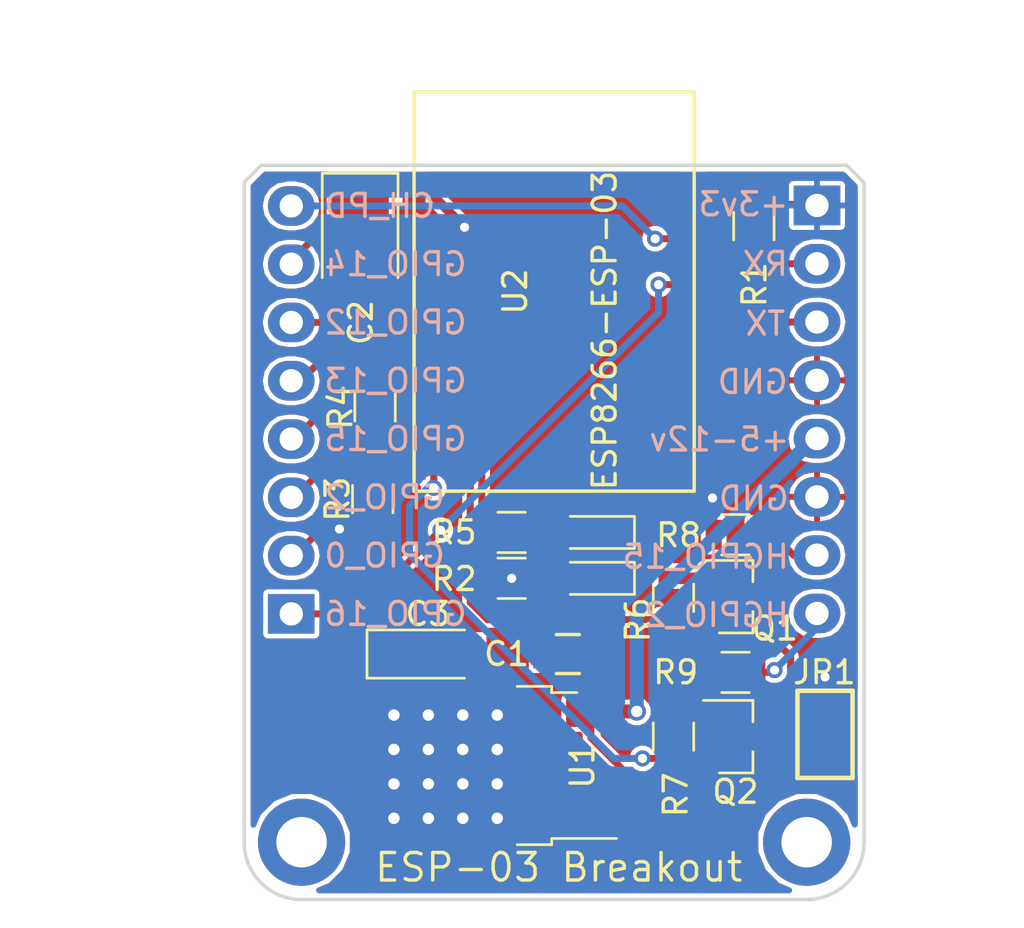
<source format=kicad_pcb>
(kicad_pcb (version 4) (host pcbnew 4.0.7)

  (general
    (links 70)
    (no_connects 0)
    (area 153.924999 86.724999 181.075001 118.875001)
    (thickness 1.6)
    (drawings 28)
    (tracks 135)
    (zones 0)
    (modules 23)
    (nets 21)
  )

  (page A4)
  (layers
    (0 F.Cu signal)
    (31 B.Cu signal)
    (32 B.Adhes user)
    (33 F.Adhes user)
    (34 B.Paste user)
    (35 F.Paste user)
    (36 B.SilkS user)
    (37 F.SilkS user)
    (38 B.Mask user)
    (39 F.Mask user)
    (40 Dwgs.User user)
    (41 Cmts.User user)
    (42 Eco1.User user)
    (43 Eco2.User user)
    (44 Edge.Cuts user)
    (45 Margin user)
    (46 B.CrtYd user)
    (47 F.CrtYd user)
    (48 B.Fab user)
    (49 F.Fab user)
  )

  (setup
    (last_trace_width 0.2032)
    (user_trace_width 0.2032)
    (user_trace_width 0.254)
    (user_trace_width 0.3048)
    (user_trace_width 0.4064)
    (user_trace_width 0.508)
    (user_trace_width 0.6096)
    (user_trace_width 0.8128)
    (user_trace_width 1.016)
    (trace_clearance 0.1524)
    (zone_clearance 0.2032)
    (zone_45_only yes)
    (trace_min 0.1524)
    (segment_width 0.2)
    (edge_width 0.15)
    (via_size 0.6096)
    (via_drill 0.3)
    (via_min_size 0.6096)
    (via_min_drill 0.3)
    (user_via 0.7048 0.4)
    (user_via 0.8048 0.5)
    (user_via 0.9048 0.6)
    (user_via 1.05 0.7)
    (user_via 1.2 0.8)
    (user_via 1.35 0.9)
    (user_via 1.5 1)
    (user_via 1.65 1.1)
    (uvia_size 0.6096)
    (uvia_drill 0.3)
    (uvias_allowed no)
    (uvia_min_size 0.3048)
    (uvia_min_drill 0.3)
    (pcb_text_width 0.3)
    (pcb_text_size 1.5 1.5)
    (mod_edge_width 0.15)
    (mod_text_size 1 1)
    (mod_text_width 0.15)
    (pad_size 6.096 6.096)
    (pad_drill 0)
    (pad_to_mask_clearance 0.0508)
    (solder_mask_min_width 0.1)
    (aux_axis_origin 154 118.8)
    (grid_origin 154 118.8)
    (visible_elements FFFEFF7F)
    (pcbplotparams
      (layerselection 0x010f0_80000001)
      (usegerberextensions true)
      (excludeedgelayer true)
      (linewidth 0.100000)
      (plotframeref false)
      (viasonmask false)
      (mode 1)
      (useauxorigin true)
      (hpglpennumber 1)
      (hpglpenspeed 20)
      (hpglpendiameter 15)
      (hpglpenoverlay 2)
      (psnegative false)
      (psa4output false)
      (plotreference true)
      (plotvalue true)
      (plotinvisibletext false)
      (padsonsilk false)
      (subtractmaskfromsilk false)
      (outputformat 1)
      (mirror false)
      (drillshape 0)
      (scaleselection 1)
      (outputdirectory gerber/))
  )

  (net 0 "")
  (net 1 VCC)
  (net 2 GND)
  (net 3 +3V3)
  (net 4 "Net-(D1-Pad2)")
  (net 5 "Net-(D2-Pad2)")
  (net 6 /RX)
  (net 7 /TX)
  (net 8 /CH_PD)
  (net 9 /GPIO_0)
  (net 10 /GPIO_2)
  (net 11 /GPIO_15)
  (net 12 /GPIO_13)
  (net 13 /GPIO_12)
  (net 14 /GPIO_14)
  (net 15 /GPIO_16)
  (net 16 "Net-(U2-Pad7)")
  (net 17 /HGPIO_15)
  (net 18 /HGPIO_2)
  (net 19 "Net-(Q1-Pad1)")
  (net 20 "Net-(Q2-Pad1)")

  (net_class Default "This is the default net class."
    (clearance 0.1524)
    (trace_width 0.2032)
    (via_dia 0.6096)
    (via_drill 0.3)
    (uvia_dia 0.6096)
    (uvia_drill 0.3)
    (add_net +3V3)
    (add_net /CH_PD)
    (add_net /GPIO_0)
    (add_net /GPIO_12)
    (add_net /GPIO_13)
    (add_net /GPIO_14)
    (add_net /GPIO_15)
    (add_net /GPIO_16)
    (add_net /GPIO_2)
    (add_net /HGPIO_15)
    (add_net /HGPIO_2)
    (add_net /RX)
    (add_net /TX)
    (add_net GND)
    (add_net "Net-(D1-Pad2)")
    (add_net "Net-(D2-Pad2)")
    (add_net "Net-(Q1-Pad1)")
    (add_net "Net-(Q2-Pad1)")
    (add_net "Net-(U2-Pad7)")
    (add_net VCC)
  )

  (module footprints:CP_Tantalum_Case-B_EIA-3528-21_Reflow (layer F.Cu) (tedit 58EDF846) (tstamp 582C5477)
    (at 159.05 89.95 270)
    (descr "Tantalum capacitor, Case B, EIA 3528-21, 3.5x2.8x1.9mm, Reflow soldering footprint")
    (tags "capacitor tantalum smd")
    (path /582B98D6)
    (attr smd)
    (fp_text reference C2 (at 3.704 -0.03 270) (layer F.SilkS)
      (effects (font (size 1 1) (thickness 0.15)))
    )
    (fp_text value 100uF (at 0 3.15 270) (layer F.Fab)
      (effects (font (size 1 1) (thickness 0.15)))
    )
    (fp_text user %R (at 0 0 270) (layer F.Fab)
      (effects (font (size 0.5 0.5) (thickness 0.075)))
    )
    (fp_line (start -2.85 -1.75) (end -2.85 1.75) (layer F.CrtYd) (width 0.05))
    (fp_line (start -2.85 1.75) (end 2.85 1.75) (layer F.CrtYd) (width 0.05))
    (fp_line (start 2.85 1.75) (end 2.85 -1.75) (layer F.CrtYd) (width 0.05))
    (fp_line (start 2.85 -1.75) (end -2.85 -1.75) (layer F.CrtYd) (width 0.05))
    (fp_line (start -1.75 -1.4) (end -1.75 1.4) (layer F.Fab) (width 0.1))
    (fp_line (start -1.75 1.4) (end 1.75 1.4) (layer F.Fab) (width 0.1))
    (fp_line (start 1.75 1.4) (end 1.75 -1.4) (layer F.Fab) (width 0.1))
    (fp_line (start 1.75 -1.4) (end -1.75 -1.4) (layer F.Fab) (width 0.1))
    (fp_line (start -1.4 -1.4) (end -1.4 1.4) (layer F.Fab) (width 0.1))
    (fp_line (start -1.225 -1.4) (end -1.225 1.4) (layer F.Fab) (width 0.1))
    (fp_line (start -2.8 -1.65) (end 1.75 -1.65) (layer F.SilkS) (width 0.12))
    (fp_line (start -2.8 1.65) (end 1.75 1.65) (layer F.SilkS) (width 0.12))
    (fp_line (start -2.8 -1.65) (end -2.8 1.65) (layer F.SilkS) (width 0.12))
    (pad 1 smd rect (at -1.525 0 270) (size 1.95 2.5) (layers F.Cu F.Paste F.Mask)
      (net 3 +3V3))
    (pad 2 smd rect (at 1.525 0 270) (size 1.95 2.5) (layers F.Cu F.Paste F.Mask)
      (net 2 GND))
    (model ${KIPRJMOD}/packages3d/CP_Tantalum_Case-B_EIA-3528-21_Reflow.wrl
      (at (xyz 0 0 0))
      (scale (xyz 1 1 1))
      (rotate (xyz 0 0 0))
    )
  )

  (module footprints:R_0805 (layer F.Cu) (tedit 58E0A804) (tstamp 582C5572)
    (at 175.4 108.9)
    (descr "Resistor SMD 0805, reflow soldering, Vishay (see dcrcw.pdf)")
    (tags "resistor 0805")
    (path /582C6626)
    (attr smd)
    (fp_text reference R9 (at -2.604 -0.006) (layer F.SilkS)
      (effects (font (size 1 1) (thickness 0.15)))
    )
    (fp_text value 10k (at 0 1.75) (layer F.Fab)
      (effects (font (size 1 1) (thickness 0.15)))
    )
    (fp_text user %R (at 0 0) (layer F.Fab)
      (effects (font (size 0.5 0.5) (thickness 0.075)))
    )
    (fp_line (start -1 0.62) (end -1 -0.62) (layer F.Fab) (width 0.1))
    (fp_line (start 1 0.62) (end -1 0.62) (layer F.Fab) (width 0.1))
    (fp_line (start 1 -0.62) (end 1 0.62) (layer F.Fab) (width 0.1))
    (fp_line (start -1 -0.62) (end 1 -0.62) (layer F.Fab) (width 0.1))
    (fp_line (start 0.6 0.88) (end -0.6 0.88) (layer F.SilkS) (width 0.12))
    (fp_line (start -0.6 -0.88) (end 0.6 -0.88) (layer F.SilkS) (width 0.12))
    (fp_line (start -1.55 -0.9) (end 1.55 -0.9) (layer F.CrtYd) (width 0.05))
    (fp_line (start -1.55 -0.9) (end -1.55 0.9) (layer F.CrtYd) (width 0.05))
    (fp_line (start 1.55 0.9) (end 1.55 -0.9) (layer F.CrtYd) (width 0.05))
    (fp_line (start 1.55 0.9) (end -1.55 0.9) (layer F.CrtYd) (width 0.05))
    (pad 1 smd rect (at -0.95 0) (size 0.7 1.3) (layers F.Cu F.Paste F.Mask)
      (net 3 +3V3))
    (pad 2 smd rect (at 0.95 0) (size 0.7 1.3) (layers F.Cu F.Paste F.Mask)
      (net 18 /HGPIO_2))
    (model ${KIPRJMOD}/packages3d/R_0805.wrl
      (at (xyz 0 0 0))
      (scale (xyz 1 1 1))
      (rotate (xyz 0 0 0))
    )
  )

  (module footprints:R_0805 (layer F.Cu) (tedit 58E0A804) (tstamp 582C5566)
    (at 175.4 102.9)
    (descr "Resistor SMD 0805, reflow soldering, Vishay (see dcrcw.pdf)")
    (tags "resistor 0805")
    (path /582C576B)
    (attr smd)
    (fp_text reference R8 (at -2.477 0.025) (layer F.SilkS)
      (effects (font (size 1 1) (thickness 0.15)))
    )
    (fp_text value 10k (at 0 1.75) (layer F.Fab)
      (effects (font (size 1 1) (thickness 0.15)))
    )
    (fp_text user %R (at 0 0) (layer F.Fab)
      (effects (font (size 0.5 0.5) (thickness 0.075)))
    )
    (fp_line (start -1 0.62) (end -1 -0.62) (layer F.Fab) (width 0.1))
    (fp_line (start 1 0.62) (end -1 0.62) (layer F.Fab) (width 0.1))
    (fp_line (start 1 -0.62) (end 1 0.62) (layer F.Fab) (width 0.1))
    (fp_line (start -1 -0.62) (end 1 -0.62) (layer F.Fab) (width 0.1))
    (fp_line (start 0.6 0.88) (end -0.6 0.88) (layer F.SilkS) (width 0.12))
    (fp_line (start -0.6 -0.88) (end 0.6 -0.88) (layer F.SilkS) (width 0.12))
    (fp_line (start -1.55 -0.9) (end 1.55 -0.9) (layer F.CrtYd) (width 0.05))
    (fp_line (start -1.55 -0.9) (end -1.55 0.9) (layer F.CrtYd) (width 0.05))
    (fp_line (start 1.55 0.9) (end 1.55 -0.9) (layer F.CrtYd) (width 0.05))
    (fp_line (start 1.55 0.9) (end -1.55 0.9) (layer F.CrtYd) (width 0.05))
    (pad 1 smd rect (at -0.95 0) (size 0.7 1.3) (layers F.Cu F.Paste F.Mask)
      (net 3 +3V3))
    (pad 2 smd rect (at 0.95 0) (size 0.7 1.3) (layers F.Cu F.Paste F.Mask)
      (net 17 /HGPIO_15))
    (model ${KIPRJMOD}/packages3d/R_0805.wrl
      (at (xyz 0 0 0))
      (scale (xyz 1 1 1))
      (rotate (xyz 0 0 0))
    )
  )

  (module footprints:R_0805 (layer F.Cu) (tedit 58E0A804) (tstamp 582C555A)
    (at 172.7 111.7 270)
    (descr "Resistor SMD 0805, reflow soldering, Vishay (see dcrcw.pdf)")
    (tags "resistor 0805")
    (path /582C6630)
    (attr smd)
    (fp_text reference R7 (at 2.528 -0.096 270) (layer F.SilkS)
      (effects (font (size 1 1) (thickness 0.15)))
    )
    (fp_text value 10k (at 0 1.75 270) (layer F.Fab)
      (effects (font (size 1 1) (thickness 0.15)))
    )
    (fp_text user %R (at 0 0 270) (layer F.Fab)
      (effects (font (size 0.5 0.5) (thickness 0.075)))
    )
    (fp_line (start -1 0.62) (end -1 -0.62) (layer F.Fab) (width 0.1))
    (fp_line (start 1 0.62) (end -1 0.62) (layer F.Fab) (width 0.1))
    (fp_line (start 1 -0.62) (end 1 0.62) (layer F.Fab) (width 0.1))
    (fp_line (start -1 -0.62) (end 1 -0.62) (layer F.Fab) (width 0.1))
    (fp_line (start 0.6 0.88) (end -0.6 0.88) (layer F.SilkS) (width 0.12))
    (fp_line (start -0.6 -0.88) (end 0.6 -0.88) (layer F.SilkS) (width 0.12))
    (fp_line (start -1.55 -0.9) (end 1.55 -0.9) (layer F.CrtYd) (width 0.05))
    (fp_line (start -1.55 -0.9) (end -1.55 0.9) (layer F.CrtYd) (width 0.05))
    (fp_line (start 1.55 0.9) (end 1.55 -0.9) (layer F.CrtYd) (width 0.05))
    (fp_line (start 1.55 0.9) (end -1.55 0.9) (layer F.CrtYd) (width 0.05))
    (pad 1 smd rect (at -0.95 0 270) (size 0.7 1.3) (layers F.Cu F.Paste F.Mask)
      (net 20 "Net-(Q2-Pad1)"))
    (pad 2 smd rect (at 0.95 0 270) (size 0.7 1.3) (layers F.Cu F.Paste F.Mask)
      (net 10 /GPIO_2))
    (model ${KIPRJMOD}/packages3d/R_0805.wrl
      (at (xyz 0 0 0))
      (scale (xyz 1 1 1))
      (rotate (xyz 0 0 0))
    )
  )

  (module footprints:R_0805 (layer F.Cu) (tedit 58E0A804) (tstamp 582C554E)
    (at 172.7 105.649999 270)
    (descr "Resistor SMD 0805, reflow soldering, Vishay (see dcrcw.pdf)")
    (tags "resistor 0805")
    (path /582C5921)
    (attr smd)
    (fp_text reference R6 (at 0.958001 1.555 270) (layer F.SilkS)
      (effects (font (size 1 1) (thickness 0.15)))
    )
    (fp_text value 10k (at 0 1.75 270) (layer F.Fab)
      (effects (font (size 1 1) (thickness 0.15)))
    )
    (fp_text user %R (at 0 0 270) (layer F.Fab)
      (effects (font (size 0.5 0.5) (thickness 0.075)))
    )
    (fp_line (start -1 0.62) (end -1 -0.62) (layer F.Fab) (width 0.1))
    (fp_line (start 1 0.62) (end -1 0.62) (layer F.Fab) (width 0.1))
    (fp_line (start 1 -0.62) (end 1 0.62) (layer F.Fab) (width 0.1))
    (fp_line (start -1 -0.62) (end 1 -0.62) (layer F.Fab) (width 0.1))
    (fp_line (start 0.6 0.88) (end -0.6 0.88) (layer F.SilkS) (width 0.12))
    (fp_line (start -0.6 -0.88) (end 0.6 -0.88) (layer F.SilkS) (width 0.12))
    (fp_line (start -1.55 -0.9) (end 1.55 -0.9) (layer F.CrtYd) (width 0.05))
    (fp_line (start -1.55 -0.9) (end -1.55 0.9) (layer F.CrtYd) (width 0.05))
    (fp_line (start 1.55 0.9) (end 1.55 -0.9) (layer F.CrtYd) (width 0.05))
    (fp_line (start 1.55 0.9) (end -1.55 0.9) (layer F.CrtYd) (width 0.05))
    (pad 1 smd rect (at -0.95 0 270) (size 0.7 1.3) (layers F.Cu F.Paste F.Mask)
      (net 19 "Net-(Q1-Pad1)"))
    (pad 2 smd rect (at 0.95 0 270) (size 0.7 1.3) (layers F.Cu F.Paste F.Mask)
      (net 11 /GPIO_15))
    (model ${KIPRJMOD}/packages3d/R_0805.wrl
      (at (xyz 0 0 0))
      (scale (xyz 1 1 1))
      (rotate (xyz 0 0 0))
    )
  )

  (module footprints:R_0805 (layer F.Cu) (tedit 58E0A804) (tstamp 582C5542)
    (at 165.65 102.8)
    (descr "Resistor SMD 0805, reflow soldering, Vishay (see dcrcw.pdf)")
    (tags "resistor 0805")
    (path /582BA15E)
    (attr smd)
    (fp_text reference R5 (at -2.506 -0.002) (layer F.SilkS)
      (effects (font (size 1 1) (thickness 0.15)))
    )
    (fp_text value 1k (at 0 1.75) (layer F.Fab)
      (effects (font (size 1 1) (thickness 0.15)))
    )
    (fp_text user %R (at 0 0) (layer F.Fab)
      (effects (font (size 0.5 0.5) (thickness 0.075)))
    )
    (fp_line (start -1 0.62) (end -1 -0.62) (layer F.Fab) (width 0.1))
    (fp_line (start 1 0.62) (end -1 0.62) (layer F.Fab) (width 0.1))
    (fp_line (start 1 -0.62) (end 1 0.62) (layer F.Fab) (width 0.1))
    (fp_line (start -1 -0.62) (end 1 -0.62) (layer F.Fab) (width 0.1))
    (fp_line (start 0.6 0.88) (end -0.6 0.88) (layer F.SilkS) (width 0.12))
    (fp_line (start -0.6 -0.88) (end 0.6 -0.88) (layer F.SilkS) (width 0.12))
    (fp_line (start -1.55 -0.9) (end 1.55 -0.9) (layer F.CrtYd) (width 0.05))
    (fp_line (start -1.55 -0.9) (end -1.55 0.9) (layer F.CrtYd) (width 0.05))
    (fp_line (start 1.55 0.9) (end 1.55 -0.9) (layer F.CrtYd) (width 0.05))
    (fp_line (start 1.55 0.9) (end -1.55 0.9) (layer F.CrtYd) (width 0.05))
    (pad 1 smd rect (at -0.95 0) (size 0.7 1.3) (layers F.Cu F.Paste F.Mask)
      (net 12 /GPIO_13))
    (pad 2 smd rect (at 0.95 0) (size 0.7 1.3) (layers F.Cu F.Paste F.Mask)
      (net 5 "Net-(D2-Pad2)"))
    (model ${KIPRJMOD}/packages3d/R_0805.wrl
      (at (xyz 0 0 0))
      (scale (xyz 1 1 1))
      (rotate (xyz 0 0 0))
    )
  )

  (module footprints:R_0805 (layer F.Cu) (tedit 58E0A804) (tstamp 582C5536)
    (at 159.7 97.349999 270)
    (descr "Resistor SMD 0805, reflow soldering, Vishay (see dcrcw.pdf)")
    (tags "resistor 0805")
    (path /582BADE7)
    (attr smd)
    (fp_text reference R4 (at 0 1.509 270) (layer F.SilkS)
      (effects (font (size 1 1) (thickness 0.15)))
    )
    (fp_text value 10k (at 0 1.75 270) (layer F.Fab)
      (effects (font (size 1 1) (thickness 0.15)))
    )
    (fp_text user %R (at 0 0 270) (layer F.Fab)
      (effects (font (size 0.5 0.5) (thickness 0.075)))
    )
    (fp_line (start -1 0.62) (end -1 -0.62) (layer F.Fab) (width 0.1))
    (fp_line (start 1 0.62) (end -1 0.62) (layer F.Fab) (width 0.1))
    (fp_line (start 1 -0.62) (end 1 0.62) (layer F.Fab) (width 0.1))
    (fp_line (start -1 -0.62) (end 1 -0.62) (layer F.Fab) (width 0.1))
    (fp_line (start 0.6 0.88) (end -0.6 0.88) (layer F.SilkS) (width 0.12))
    (fp_line (start -0.6 -0.88) (end 0.6 -0.88) (layer F.SilkS) (width 0.12))
    (fp_line (start -1.55 -0.9) (end 1.55 -0.9) (layer F.CrtYd) (width 0.05))
    (fp_line (start -1.55 -0.9) (end -1.55 0.9) (layer F.CrtYd) (width 0.05))
    (fp_line (start 1.55 0.9) (end 1.55 -0.9) (layer F.CrtYd) (width 0.05))
    (fp_line (start 1.55 0.9) (end -1.55 0.9) (layer F.CrtYd) (width 0.05))
    (pad 1 smd rect (at -0.95 0 270) (size 0.7 1.3) (layers F.Cu F.Paste F.Mask)
      (net 11 /GPIO_15))
    (pad 2 smd rect (at 0.95 0 270) (size 0.7 1.3) (layers F.Cu F.Paste F.Mask)
      (net 2 GND))
    (model ${KIPRJMOD}/packages3d/R_0805.wrl
      (at (xyz 0 0 0))
      (scale (xyz 1 1 1))
      (rotate (xyz 0 0 0))
    )
  )

  (module footprints:R_0805 (layer F.Cu) (tedit 58E0A804) (tstamp 582C552A)
    (at 159.6 101.350001 90)
    (descr "Resistor SMD 0805, reflow soldering, Vishay (see dcrcw.pdf)")
    (tags "resistor 0805")
    (path /582BAD9D)
    (attr smd)
    (fp_text reference R3 (at 0 -1.536 90) (layer F.SilkS)
      (effects (font (size 1 1) (thickness 0.15)))
    )
    (fp_text value 10k (at 0 1.75 90) (layer F.Fab)
      (effects (font (size 1 1) (thickness 0.15)))
    )
    (fp_text user %R (at 0 0 90) (layer F.Fab)
      (effects (font (size 0.5 0.5) (thickness 0.075)))
    )
    (fp_line (start -1 0.62) (end -1 -0.62) (layer F.Fab) (width 0.1))
    (fp_line (start 1 0.62) (end -1 0.62) (layer F.Fab) (width 0.1))
    (fp_line (start 1 -0.62) (end 1 0.62) (layer F.Fab) (width 0.1))
    (fp_line (start -1 -0.62) (end 1 -0.62) (layer F.Fab) (width 0.1))
    (fp_line (start 0.6 0.88) (end -0.6 0.88) (layer F.SilkS) (width 0.12))
    (fp_line (start -0.6 -0.88) (end 0.6 -0.88) (layer F.SilkS) (width 0.12))
    (fp_line (start -1.55 -0.9) (end 1.55 -0.9) (layer F.CrtYd) (width 0.05))
    (fp_line (start -1.55 -0.9) (end -1.55 0.9) (layer F.CrtYd) (width 0.05))
    (fp_line (start 1.55 0.9) (end 1.55 -0.9) (layer F.CrtYd) (width 0.05))
    (fp_line (start 1.55 0.9) (end -1.55 0.9) (layer F.CrtYd) (width 0.05))
    (pad 1 smd rect (at -0.95 0 90) (size 0.7 1.3) (layers F.Cu F.Paste F.Mask)
      (net 3 +3V3))
    (pad 2 smd rect (at 0.95 0 90) (size 0.7 1.3) (layers F.Cu F.Paste F.Mask)
      (net 9 /GPIO_0))
    (model ${KIPRJMOD}/packages3d/R_0805.wrl
      (at (xyz 0 0 0))
      (scale (xyz 1 1 1))
      (rotate (xyz 0 0 0))
    )
  )

  (module footprints:R_0805 (layer F.Cu) (tedit 58E0A804) (tstamp 582C551E)
    (at 165.65 104.8)
    (descr "Resistor SMD 0805, reflow soldering, Vishay (see dcrcw.pdf)")
    (tags "resistor 0805")
    (path /582B9EFA)
    (attr smd)
    (fp_text reference R2 (at -2.506 0.03) (layer F.SilkS)
      (effects (font (size 1 1) (thickness 0.15)))
    )
    (fp_text value 1k (at 0 1.75) (layer F.Fab)
      (effects (font (size 1 1) (thickness 0.15)))
    )
    (fp_text user %R (at 0 0) (layer F.Fab)
      (effects (font (size 0.5 0.5) (thickness 0.075)))
    )
    (fp_line (start -1 0.62) (end -1 -0.62) (layer F.Fab) (width 0.1))
    (fp_line (start 1 0.62) (end -1 0.62) (layer F.Fab) (width 0.1))
    (fp_line (start 1 -0.62) (end 1 0.62) (layer F.Fab) (width 0.1))
    (fp_line (start -1 -0.62) (end 1 -0.62) (layer F.Fab) (width 0.1))
    (fp_line (start 0.6 0.88) (end -0.6 0.88) (layer F.SilkS) (width 0.12))
    (fp_line (start -0.6 -0.88) (end 0.6 -0.88) (layer F.SilkS) (width 0.12))
    (fp_line (start -1.55 -0.9) (end 1.55 -0.9) (layer F.CrtYd) (width 0.05))
    (fp_line (start -1.55 -0.9) (end -1.55 0.9) (layer F.CrtYd) (width 0.05))
    (fp_line (start 1.55 0.9) (end 1.55 -0.9) (layer F.CrtYd) (width 0.05))
    (fp_line (start 1.55 0.9) (end -1.55 0.9) (layer F.CrtYd) (width 0.05))
    (pad 1 smd rect (at -0.95 0) (size 0.7 1.3) (layers F.Cu F.Paste F.Mask)
      (net 3 +3V3))
    (pad 2 smd rect (at 0.95 0) (size 0.7 1.3) (layers F.Cu F.Paste F.Mask)
      (net 4 "Net-(D1-Pad2)"))
    (model ${KIPRJMOD}/packages3d/R_0805.wrl
      (at (xyz 0 0 0))
      (scale (xyz 1 1 1))
      (rotate (xyz 0 0 0))
    )
  )

  (module footprints:R_0805 (layer F.Cu) (tedit 58E0A804) (tstamp 582C5512)
    (at 176.2 89.449999 270)
    (descr "Resistor SMD 0805, reflow soldering, Vishay (see dcrcw.pdf)")
    (tags "resistor 0805")
    (path /582BACDA)
    (attr smd)
    (fp_text reference R1 (at 2.553001 -0.025 270) (layer F.SilkS)
      (effects (font (size 1 1) (thickness 0.15)))
    )
    (fp_text value 10k (at 0 1.75 270) (layer F.Fab)
      (effects (font (size 1 1) (thickness 0.15)))
    )
    (fp_text user %R (at 0 0 270) (layer F.Fab)
      (effects (font (size 0.5 0.5) (thickness 0.075)))
    )
    (fp_line (start -1 0.62) (end -1 -0.62) (layer F.Fab) (width 0.1))
    (fp_line (start 1 0.62) (end -1 0.62) (layer F.Fab) (width 0.1))
    (fp_line (start 1 -0.62) (end 1 0.62) (layer F.Fab) (width 0.1))
    (fp_line (start -1 -0.62) (end 1 -0.62) (layer F.Fab) (width 0.1))
    (fp_line (start 0.6 0.88) (end -0.6 0.88) (layer F.SilkS) (width 0.12))
    (fp_line (start -0.6 -0.88) (end 0.6 -0.88) (layer F.SilkS) (width 0.12))
    (fp_line (start -1.55 -0.9) (end 1.55 -0.9) (layer F.CrtYd) (width 0.05))
    (fp_line (start -1.55 -0.9) (end -1.55 0.9) (layer F.CrtYd) (width 0.05))
    (fp_line (start 1.55 0.9) (end 1.55 -0.9) (layer F.CrtYd) (width 0.05))
    (fp_line (start 1.55 0.9) (end -1.55 0.9) (layer F.CrtYd) (width 0.05))
    (pad 1 smd rect (at -0.95 0 270) (size 0.7 1.3) (layers F.Cu F.Paste F.Mask)
      (net 3 +3V3))
    (pad 2 smd rect (at 0.95 0 270) (size 0.7 1.3) (layers F.Cu F.Paste F.Mask)
      (net 8 /CH_PD))
    (model ${KIPRJMOD}/packages3d/R_0805.wrl
      (at (xyz 0 0 0))
      (scale (xyz 1 1 1))
      (rotate (xyz 0 0 0))
    )
  )

  (module footprints:LED_0805 (layer F.Cu) (tedit 5A71B925) (tstamp 582C54B8)
    (at 169.2 102.8 180)
    (descr "LED 0805 smd package")
    (tags "LED led 0805 SMD smd SMT smt smdled SMDLED smtled SMTLED")
    (path /582BA158)
    (attr smd)
    (fp_text reference D2 (at 0 -1.45 180) (layer F.SilkS) hide
      (effects (font (size 1 1) (thickness 0.15)))
    )
    (fp_text value L (at 0 1.55 180) (layer F.Fab)
      (effects (font (size 1 1) (thickness 0.15)))
    )
    (fp_line (start -1.8 -0.7) (end -1.8 0.7) (layer F.SilkS) (width 0.12))
    (fp_line (start -0.4 -0.4) (end -0.4 0.4) (layer F.Fab) (width 0.1))
    (fp_line (start -0.4 0) (end 0.2 -0.4) (layer F.Fab) (width 0.1))
    (fp_line (start 0.2 0.4) (end -0.4 0) (layer F.Fab) (width 0.1))
    (fp_line (start 0.2 -0.4) (end 0.2 0.4) (layer F.Fab) (width 0.1))
    (fp_line (start 1 0.6) (end -1 0.6) (layer F.Fab) (width 0.1))
    (fp_line (start 1 -0.6) (end 1 0.6) (layer F.Fab) (width 0.1))
    (fp_line (start -1 -0.6) (end 1 -0.6) (layer F.Fab) (width 0.1))
    (fp_line (start -1 0.6) (end -1 -0.6) (layer F.Fab) (width 0.1))
    (fp_line (start -1.8 0.7) (end 1 0.7) (layer F.SilkS) (width 0.12))
    (fp_line (start -1.8 -0.7) (end 1 -0.7) (layer F.SilkS) (width 0.12))
    (fp_line (start 1.95 -0.85) (end 1.95 0.85) (layer F.CrtYd) (width 0.05))
    (fp_line (start 1.95 0.85) (end -1.95 0.85) (layer F.CrtYd) (width 0.05))
    (fp_line (start -1.95 0.85) (end -1.95 -0.85) (layer F.CrtYd) (width 0.05))
    (fp_line (start -1.95 -0.85) (end 1.95 -0.85) (layer F.CrtYd) (width 0.05))
    (fp_text user %R (at 0 -1.25 180) (layer F.Fab)
      (effects (font (size 0.4 0.4) (thickness 0.1)))
    )
    (pad 2 smd rect (at 1.1 0) (size 1.2 1.2) (layers F.Cu F.Paste F.Mask)
      (net 5 "Net-(D2-Pad2)"))
    (pad 1 smd rect (at -1.1 0) (size 1.2 1.2) (layers F.Cu F.Paste F.Mask)
      (net 2 GND))
    (model ${KIPRJMOD}/packages3d/LED_0805.wrl
      (at (xyz 0 0 0))
      (scale (xyz 1 1 1))
      (rotate (xyz 0 0 180))
    )
  )

  (module footprints:LED_0805 (layer F.Cu) (tedit 5A71B929) (tstamp 582C549D)
    (at 169.2 104.8 180)
    (descr "LED 0805 smd package")
    (tags "LED led 0805 SMD smd SMT smt smdled SMDLED smtled SMTLED")
    (path /582B9E7A)
    (attr smd)
    (fp_text reference D1 (at 0 -1.45 180) (layer F.SilkS) hide
      (effects (font (size 1 1) (thickness 0.15)))
    )
    (fp_text value 3v3 (at 0 1.55 180) (layer F.Fab)
      (effects (font (size 1 1) (thickness 0.15)))
    )
    (fp_line (start -1.8 -0.7) (end -1.8 0.7) (layer F.SilkS) (width 0.12))
    (fp_line (start -0.4 -0.4) (end -0.4 0.4) (layer F.Fab) (width 0.1))
    (fp_line (start -0.4 0) (end 0.2 -0.4) (layer F.Fab) (width 0.1))
    (fp_line (start 0.2 0.4) (end -0.4 0) (layer F.Fab) (width 0.1))
    (fp_line (start 0.2 -0.4) (end 0.2 0.4) (layer F.Fab) (width 0.1))
    (fp_line (start 1 0.6) (end -1 0.6) (layer F.Fab) (width 0.1))
    (fp_line (start 1 -0.6) (end 1 0.6) (layer F.Fab) (width 0.1))
    (fp_line (start -1 -0.6) (end 1 -0.6) (layer F.Fab) (width 0.1))
    (fp_line (start -1 0.6) (end -1 -0.6) (layer F.Fab) (width 0.1))
    (fp_line (start -1.8 0.7) (end 1 0.7) (layer F.SilkS) (width 0.12))
    (fp_line (start -1.8 -0.7) (end 1 -0.7) (layer F.SilkS) (width 0.12))
    (fp_line (start 1.95 -0.85) (end 1.95 0.85) (layer F.CrtYd) (width 0.05))
    (fp_line (start 1.95 0.85) (end -1.95 0.85) (layer F.CrtYd) (width 0.05))
    (fp_line (start -1.95 0.85) (end -1.95 -0.85) (layer F.CrtYd) (width 0.05))
    (fp_line (start -1.95 -0.85) (end 1.95 -0.85) (layer F.CrtYd) (width 0.05))
    (fp_text user %R (at 0 -1.25 180) (layer F.Fab)
      (effects (font (size 0.4 0.4) (thickness 0.1)))
    )
    (pad 2 smd rect (at 1.1 0) (size 1.2 1.2) (layers F.Cu F.Paste F.Mask)
      (net 4 "Net-(D1-Pad2)"))
    (pad 1 smd rect (at -1.1 0) (size 1.2 1.2) (layers F.Cu F.Paste F.Mask)
      (net 2 GND))
    (model ${KIPRJMOD}/packages3d/LED_0805.wrl
      (at (xyz 0 0 0))
      (scale (xyz 1 1 1))
      (rotate (xyz 0 0 180))
    )
  )

  (module footprints:C_0805 (layer F.Cu) (tedit 5415D6EA) (tstamp 582C546C)
    (at 168.1 108.1 180)
    (descr "Capacitor SMD 0805, reflow soldering, AVX (see smccp.pdf)")
    (tags "capacitor 0805")
    (path /582B987D)
    (attr smd)
    (fp_text reference C1 (at 2.67 0 180) (layer F.SilkS)
      (effects (font (size 1 1) (thickness 0.15)))
    )
    (fp_text value 0.1uF (at 0 2.1 180) (layer F.Fab)
      (effects (font (size 1 1) (thickness 0.15)))
    )
    (fp_line (start -1 0.625) (end -1 -0.625) (layer F.Fab) (width 0.15))
    (fp_line (start 1 0.625) (end -1 0.625) (layer F.Fab) (width 0.15))
    (fp_line (start 1 -0.625) (end 1 0.625) (layer F.Fab) (width 0.15))
    (fp_line (start -1 -0.625) (end 1 -0.625) (layer F.Fab) (width 0.15))
    (fp_line (start -1.8 -1) (end 1.8 -1) (layer F.CrtYd) (width 0.05))
    (fp_line (start -1.8 1) (end 1.8 1) (layer F.CrtYd) (width 0.05))
    (fp_line (start -1.8 -1) (end -1.8 1) (layer F.CrtYd) (width 0.05))
    (fp_line (start 1.8 -1) (end 1.8 1) (layer F.CrtYd) (width 0.05))
    (fp_line (start 0.5 -0.85) (end -0.5 -0.85) (layer F.SilkS) (width 0.15))
    (fp_line (start -0.5 0.85) (end 0.5 0.85) (layer F.SilkS) (width 0.15))
    (pad 1 smd rect (at -1 0 180) (size 1 1.25) (layers F.Cu F.Paste F.Mask)
      (net 1 VCC))
    (pad 2 smd rect (at 1 0 180) (size 1 1.25) (layers F.Cu F.Paste F.Mask)
      (net 2 GND))
    (model ${KIPRJMOD}/packages3d/C_0805.wrl
      (at (xyz 0 0 0))
      (scale (xyz 1 1 1))
      (rotate (xyz 0 0 0))
    )
  )

  (module footprints:CP_Tantalum_Case-S_EIA-3216-12_Reflow (layer F.Cu) (tedit 58CC8C08) (tstamp 582C5482)
    (at 162 108.1)
    (descr "Tantalum capacitor, Case S, EIA 3216-12, 3.2x1.6x1.2mm, Reflow soldering footprint")
    (tags "capacitor tantalum smd")
    (path /582B9938)
    (attr smd)
    (fp_text reference C3 (at 0 -1.746) (layer F.SilkS)
      (effects (font (size 1 1) (thickness 0.15)))
    )
    (fp_text value 10uF (at 0 2.55) (layer F.Fab)
      (effects (font (size 1 1) (thickness 0.15)))
    )
    (fp_text user %R (at 0 0) (layer F.Fab)
      (effects (font (size 0.7 0.7) (thickness 0.105)))
    )
    (fp_line (start -2.75 -1.2) (end -2.75 1.2) (layer F.CrtYd) (width 0.05))
    (fp_line (start -2.75 1.2) (end 2.75 1.2) (layer F.CrtYd) (width 0.05))
    (fp_line (start 2.75 1.2) (end 2.75 -1.2) (layer F.CrtYd) (width 0.05))
    (fp_line (start 2.75 -1.2) (end -2.75 -1.2) (layer F.CrtYd) (width 0.05))
    (fp_line (start -1.6 -0.8) (end -1.6 0.8) (layer F.Fab) (width 0.1))
    (fp_line (start -1.6 0.8) (end 1.6 0.8) (layer F.Fab) (width 0.1))
    (fp_line (start 1.6 0.8) (end 1.6 -0.8) (layer F.Fab) (width 0.1))
    (fp_line (start 1.6 -0.8) (end -1.6 -0.8) (layer F.Fab) (width 0.1))
    (fp_line (start -1.28 -0.8) (end -1.28 0.8) (layer F.Fab) (width 0.1))
    (fp_line (start -1.12 -0.8) (end -1.12 0.8) (layer F.Fab) (width 0.1))
    (fp_line (start -2.65 -1.05) (end 1.6 -1.05) (layer F.SilkS) (width 0.12))
    (fp_line (start -2.65 1.05) (end 1.6 1.05) (layer F.SilkS) (width 0.12))
    (fp_line (start -2.65 -1.05) (end -2.65 1.05) (layer F.SilkS) (width 0.12))
    (pad 1 smd rect (at -1.375 0) (size 1.95 1.5) (layers F.Cu F.Paste F.Mask)
      (net 3 +3V3))
    (pad 2 smd rect (at 1.375 0) (size 1.95 1.5) (layers F.Cu F.Paste F.Mask)
      (net 2 GND))
    (model ${KIPRJMOD}/packages3d/CP_Tantalum_Case-S_EIA-3216-12.wrl
      (at (xyz 0 0 0))
      (scale (xyz 1 1 1))
      (rotate (xyz 0 0 0))
    )
  )

  (module footprints:ESP8266-ESP-03 (layer F.Cu) (tedit 54BF7D41) (tstamp 582C55CA)
    (at 167.5 94.1)
    (descr "ESP8266 ESP-03 wifi module -- Phillip Pearson")
    (path /582B97A3)
    (fp_text reference U2 (at -1.7 -1.8 90) (layer F.SilkS)
      (effects (font (size 1 1) (thickness 0.15)))
    )
    (fp_text value ESP8266-ESP-03 (at 2.2 -0.1 90) (layer F.SilkS)
      (effects (font (size 1 1) (thickness 0.15)))
    )
    (fp_line (start -6.1 6.9) (end -6.1 -10.5) (layer F.SilkS) (width 0.15))
    (fp_line (start -6.1 -10.5) (end 6.1 -10.5) (layer F.SilkS) (width 0.15))
    (fp_line (start 6.1 -10.5) (end 6.1 6.9) (layer F.SilkS) (width 0.15))
    (fp_line (start 6.1 6.9) (end -6.1 6.9) (layer F.SilkS) (width 0.15))
    (pad 14 smd rect (at -6.1 5.9) (size 1 1) (layers F.Cu F.Paste F.Mask)
      (net 9 /GPIO_0))
    (pad 13 smd rect (at -6.1 3.9) (size 1 1) (layers F.Cu F.Paste F.Mask)
      (net 10 /GPIO_2))
    (pad 12 smd rect (at -6.1 1.9) (size 1 1) (layers F.Cu F.Paste F.Mask)
      (net 11 /GPIO_15))
    (pad 11 smd rect (at -6.1 -0.1) (size 1 1) (layers F.Cu F.Paste F.Mask)
      (net 12 /GPIO_13))
    (pad 10 smd rect (at -6.1 -2.1) (size 1 1) (layers F.Cu F.Paste F.Mask)
      (net 13 /GPIO_12))
    (pad 9 smd rect (at -6.1 -4.1) (size 1 1) (layers F.Cu F.Paste F.Mask)
      (net 14 /GPIO_14))
    (pad 8 smd rect (at -6.1 -6.1) (size 1 1) (layers F.Cu F.Paste F.Mask)
      (net 3 +3V3))
    (pad 1 smd rect (at 6.1 5.9) (size 1 1) (layers F.Cu F.Paste F.Mask)
      (net 2 GND))
    (pad 2 smd rect (at 6.1 3.9) (size 1 1) (layers F.Cu F.Paste F.Mask))
    (pad 3 smd rect (at 6.1 1.9) (size 1 1) (layers F.Cu F.Paste F.Mask)
      (net 7 /TX))
    (pad 4 smd rect (at 6.1 -0.1) (size 1 1) (layers F.Cu F.Paste F.Mask)
      (net 6 /RX))
    (pad 5 smd rect (at 6.1 -2.1) (size 1 1) (layers F.Cu F.Paste F.Mask)
      (net 15 /GPIO_16))
    (pad 6 smd rect (at 6.1 -4.1) (size 1 1) (layers F.Cu F.Paste F.Mask)
      (net 8 /CH_PD))
    (pad 7 smd rect (at 6.1 -6.1) (size 1 1) (layers F.Cu F.Paste F.Mask)
      (net 16 "Net-(U2-Pad7)"))
    (model ${KIPRJMOD}/packages3d/esp-03.wrl
      (at (xyz 0 0 0))
      (scale (xyz 1 1 1))
      (rotate (xyz 0 0 0))
    )
  )

  (module footprints:SOT-23 (layer F.Cu) (tedit 58CE4E7E) (tstamp 582C54F6)
    (at 175.4 105.6)
    (descr "SOT-23, Standard")
    (tags SOT-23)
    (path /582C53B8)
    (attr smd)
    (fp_text reference Q1 (at 1.714 1.389) (layer F.SilkS)
      (effects (font (size 1 1) (thickness 0.15)))
    )
    (fp_text value Q_NPN_BEC (at 0 2.5) (layer F.Fab)
      (effects (font (size 1 1) (thickness 0.15)))
    )
    (fp_text user %R (at 0 0) (layer F.Fab)
      (effects (font (size 0.5 0.5) (thickness 0.075)))
    )
    (fp_line (start -0.7 -0.95) (end -0.7 1.5) (layer F.Fab) (width 0.1))
    (fp_line (start -0.15 -1.52) (end 0.7 -1.52) (layer F.Fab) (width 0.1))
    (fp_line (start -0.7 -0.95) (end -0.15 -1.52) (layer F.Fab) (width 0.1))
    (fp_line (start 0.7 -1.52) (end 0.7 1.52) (layer F.Fab) (width 0.1))
    (fp_line (start -0.7 1.52) (end 0.7 1.52) (layer F.Fab) (width 0.1))
    (fp_line (start 0.76 1.58) (end 0.76 0.65) (layer F.SilkS) (width 0.12))
    (fp_line (start 0.76 -1.58) (end 0.76 -0.65) (layer F.SilkS) (width 0.12))
    (fp_line (start -1.7 -1.75) (end 1.7 -1.75) (layer F.CrtYd) (width 0.05))
    (fp_line (start 1.7 -1.75) (end 1.7 1.75) (layer F.CrtYd) (width 0.05))
    (fp_line (start 1.7 1.75) (end -1.7 1.75) (layer F.CrtYd) (width 0.05))
    (fp_line (start -1.7 1.75) (end -1.7 -1.75) (layer F.CrtYd) (width 0.05))
    (fp_line (start 0.76 -1.58) (end -1.4 -1.58) (layer F.SilkS) (width 0.12))
    (fp_line (start 0.76 1.58) (end -0.7 1.58) (layer F.SilkS) (width 0.12))
    (pad 1 smd rect (at -1 -0.95) (size 0.9 0.8) (layers F.Cu F.Paste F.Mask)
      (net 19 "Net-(Q1-Pad1)"))
    (pad 2 smd rect (at -1 0.95) (size 0.9 0.8) (layers F.Cu F.Paste F.Mask)
      (net 2 GND))
    (pad 3 smd rect (at 1 0) (size 0.9 0.8) (layers F.Cu F.Paste F.Mask)
      (net 17 /HGPIO_15))
    (model ${KIPRJMOD}/packages3d/SOT-23.wrl
      (at (xyz 0 0 0))
      (scale (xyz 1 1 1))
      (rotate (xyz 0 0 0))
    )
  )

  (module footprints:SOT-23 (layer F.Cu) (tedit 58CE4E7E) (tstamp 582C5506)
    (at 175.4 111.700001)
    (descr "SOT-23, Standard")
    (tags SOT-23)
    (path /582C6614)
    (attr smd)
    (fp_text reference Q2 (at 0 2.400999) (layer F.SilkS)
      (effects (font (size 1 1) (thickness 0.15)))
    )
    (fp_text value Q_NPN_BEC (at 0 2.5) (layer F.Fab)
      (effects (font (size 1 1) (thickness 0.15)))
    )
    (fp_text user %R (at 0 0) (layer F.Fab)
      (effects (font (size 0.5 0.5) (thickness 0.075)))
    )
    (fp_line (start -0.7 -0.95) (end -0.7 1.5) (layer F.Fab) (width 0.1))
    (fp_line (start -0.15 -1.52) (end 0.7 -1.52) (layer F.Fab) (width 0.1))
    (fp_line (start -0.7 -0.95) (end -0.15 -1.52) (layer F.Fab) (width 0.1))
    (fp_line (start 0.7 -1.52) (end 0.7 1.52) (layer F.Fab) (width 0.1))
    (fp_line (start -0.7 1.52) (end 0.7 1.52) (layer F.Fab) (width 0.1))
    (fp_line (start 0.76 1.58) (end 0.76 0.65) (layer F.SilkS) (width 0.12))
    (fp_line (start 0.76 -1.58) (end 0.76 -0.65) (layer F.SilkS) (width 0.12))
    (fp_line (start -1.7 -1.75) (end 1.7 -1.75) (layer F.CrtYd) (width 0.05))
    (fp_line (start 1.7 -1.75) (end 1.7 1.75) (layer F.CrtYd) (width 0.05))
    (fp_line (start 1.7 1.75) (end -1.7 1.75) (layer F.CrtYd) (width 0.05))
    (fp_line (start -1.7 1.75) (end -1.7 -1.75) (layer F.CrtYd) (width 0.05))
    (fp_line (start 0.76 -1.58) (end -1.4 -1.58) (layer F.SilkS) (width 0.12))
    (fp_line (start 0.76 1.58) (end -0.7 1.58) (layer F.SilkS) (width 0.12))
    (pad 1 smd rect (at -1 -0.95) (size 0.9 0.8) (layers F.Cu F.Paste F.Mask)
      (net 20 "Net-(Q2-Pad1)"))
    (pad 2 smd rect (at -1 0.95) (size 0.9 0.8) (layers F.Cu F.Paste F.Mask)
      (net 2 GND))
    (pad 3 smd rect (at 1 0) (size 0.9 0.8) (layers F.Cu F.Paste F.Mask)
      (net 18 /HGPIO_2))
    (model ${KIPRJMOD}/packages3d/SOT-23.wrl
      (at (xyz 0 0 0))
      (scale (xyz 1 1 1))
      (rotate (xyz 0 0 0))
    )
  )

  (module footprints:SMD-solder-bridge-3pin (layer F.Cu) (tedit 5A71BB9C) (tstamp 582C7141)
    (at 179.3 111.6 270)
    (path /582C72DF)
    (fp_text reference JP1 (at -2.706 0.027 360) (layer F.SilkS)
      (effects (font (size 1 1) (thickness 0.15)))
    )
    (fp_text value JUMPER3 (at 0 2.3 270) (layer F.Fab)
      (effects (font (size 1 1) (thickness 0.15)))
    )
    (fp_line (start -1.9 -1.2) (end 1.9 -1.2) (layer F.SilkS) (width 0.2))
    (fp_line (start 1.9 -1.2) (end 1.9 1.2) (layer F.SilkS) (width 0.2))
    (fp_line (start 1.9 1.2) (end -1.9 1.2) (layer F.SilkS) (width 0.2))
    (fp_line (start -1.9 1.2) (end -1.9 -1.2) (layer F.SilkS) (width 0.2))
    (pad 1 smd rect (at -1.2 0 270) (size 1 2) (layers F.Cu F.Mask)
      (net 3 +3V3))
    (pad 2 smd rect (at 0 0 270) (size 1 2) (layers F.Cu F.Mask)
      (net 3 +3V3) (solder_mask_margin 0.3))
    (pad 3 smd rect (at 1.2 0 270) (size 1 2) (layers F.Cu F.Mask)
      (net 1 VCC))
  )

  (module footprints:TO-252-2 (layer F.Cu) (tedit 5A71BE59) (tstamp 582C55B4)
    (at 164.922 112.958 180)
    (descr "TO-252 / DPAK SMD package, http://www.infineon.com/cms/en/product/packages/PG-TO252/PG-TO252-3-1/")
    (tags "DPAK TO-252 DPAK-3 TO-252-3 SOT-428")
    (path /582B97E7)
    (attr smd)
    (fp_text reference U1 (at -3.81 0 270) (layer F.SilkS)
      (effects (font (size 1 1) (thickness 0.15)))
    )
    (fp_text value LD1117S33CTR (at 0 4.5 180) (layer F.Fab)
      (effects (font (size 1 1) (thickness 0.15)))
    )
    (fp_line (start 3.95 -2.7) (end 4.95 -2.7) (layer F.Fab) (width 0.1))
    (fp_line (start 4.95 -2.7) (end 4.95 2.7) (layer F.Fab) (width 0.1))
    (fp_line (start 4.95 2.7) (end 3.95 2.7) (layer F.Fab) (width 0.1))
    (fp_line (start 3.95 -3.25) (end 3.95 3.25) (layer F.Fab) (width 0.1))
    (fp_line (start 3.95 3.25) (end -2.27 3.25) (layer F.Fab) (width 0.1))
    (fp_line (start -2.27 3.25) (end -2.27 -2.25) (layer F.Fab) (width 0.1))
    (fp_line (start -2.27 -2.25) (end -1.27 -3.25) (layer F.Fab) (width 0.1))
    (fp_line (start -1.27 -3.25) (end 3.95 -3.25) (layer F.Fab) (width 0.1))
    (fp_line (start -1.865 -2.655) (end -4.97 -2.655) (layer F.Fab) (width 0.1))
    (fp_line (start -4.97 -2.655) (end -4.97 -1.905) (layer F.Fab) (width 0.1))
    (fp_line (start -4.97 -1.905) (end -2.27 -1.905) (layer F.Fab) (width 0.1))
    (fp_line (start -2.27 1.905) (end -4.97 1.905) (layer F.Fab) (width 0.1))
    (fp_line (start -4.97 1.905) (end -4.97 2.655) (layer F.Fab) (width 0.1))
    (fp_line (start -4.97 2.655) (end -2.27 2.655) (layer F.Fab) (width 0.1))
    (fp_line (start -0.97 -3.45) (end -2.47 -3.45) (layer F.SilkS) (width 0.12))
    (fp_line (start -2.47 -3.45) (end -2.47 -3.18) (layer F.SilkS) (width 0.12))
    (fp_line (start -2.47 -3.18) (end -5.3 -3.18) (layer F.SilkS) (width 0.12))
    (fp_line (start -0.97 3.45) (end -2.47 3.45) (layer F.SilkS) (width 0.12))
    (fp_line (start -2.47 3.45) (end -2.47 3.18) (layer F.SilkS) (width 0.12))
    (fp_line (start -2.47 3.18) (end -3.57 3.18) (layer F.SilkS) (width 0.12))
    (fp_line (start -5.55 -3.5) (end -5.55 3.5) (layer F.CrtYd) (width 0.05))
    (fp_line (start -5.55 3.5) (end 5.55 3.5) (layer F.CrtYd) (width 0.05))
    (fp_line (start 5.55 3.5) (end 5.55 -3.5) (layer F.CrtYd) (width 0.05))
    (fp_line (start 5.55 -3.5) (end -5.55 -3.5) (layer F.CrtYd) (width 0.05))
    (fp_text user %R (at 0 0 180) (layer F.Fab)
      (effects (font (size 1 1) (thickness 0.15)))
    )
    (pad 1 smd rect (at -4.2 -2.28 180) (size 2.2 1.2) (layers F.Cu F.Paste F.Mask)
      (net 2 GND))
    (pad 3 smd rect (at -4.2 2.28 180) (size 2.2 1.2) (layers F.Cu F.Paste F.Mask)
      (net 1 VCC))
    (pad 2 smd rect (at 2.1 0 180) (size 6.4 5.8) (layers F.Cu F.Mask)
      (net 3 +3V3))
    (pad 2 smd rect (at 3.775 1.525 180) (size 3.05 2.75) (layers F.Cu F.Paste)
      (net 3 +3V3))
    (pad 2 smd rect (at 0.425 -1.525 180) (size 3.05 2.75) (layers F.Cu F.Paste)
      (net 3 +3V3))
    (pad 2 smd rect (at 3.775 -1.525 180) (size 3.05 2.75) (layers F.Cu F.Paste)
      (net 3 +3V3))
    (pad 2 smd rect (at 0.425 1.525 180) (size 3.05 2.75) (layers F.Cu F.Paste)
      (net 3 +3V3))
    (pad 2 smd rect (at 2.1 0 180) (size 6.4 5.8) (layers B.Cu B.Mask)
      (net 3 +3V3) (zone_connect 2))
    (pad 2 thru_hole circle (at -0.1 -2.3 180) (size 0.5 0.5) (drill 0.5) (layers *.Cu *.Mask)
      (net 3 +3V3))
    (pad 2 thru_hole circle (at 1.4 -2.3 180) (size 0.5 0.5) (drill 0.5) (layers *.Cu *.Mask)
      (net 3 +3V3))
    (pad 2 thru_hole circle (at 2.9 -2.3 180) (size 0.5 0.5) (drill 0.5) (layers *.Cu *.Mask)
      (net 3 +3V3))
    (pad 2 thru_hole circle (at 4.4 -2.3 180) (size 0.5 0.5) (drill 0.5) (layers *.Cu *.Mask)
      (net 3 +3V3))
    (pad 2 thru_hole circle (at -0.1 -0.8 180) (size 0.5 0.5) (drill 0.5) (layers *.Cu *.Mask)
      (net 3 +3V3))
    (pad 2 thru_hole circle (at 1.4 -0.8 180) (size 0.5 0.5) (drill 0.5) (layers *.Cu *.Mask)
      (net 3 +3V3))
    (pad 2 thru_hole circle (at 2.9 -0.8 180) (size 0.5 0.5) (drill 0.5) (layers *.Cu *.Mask)
      (net 3 +3V3))
    (pad 2 thru_hole circle (at 4.4 -0.8 180) (size 0.5 0.5) (drill 0.5) (layers *.Cu *.Mask)
      (net 3 +3V3))
    (pad 2 thru_hole circle (at -0.1 0.7 180) (size 0.5 0.5) (drill 0.5) (layers *.Cu *.Mask)
      (net 3 +3V3))
    (pad 2 thru_hole circle (at 1.4 0.7 180) (size 0.5 0.5) (drill 0.5) (layers *.Cu *.Mask)
      (net 3 +3V3))
    (pad 2 thru_hole circle (at 2.9 0.7 180) (size 0.5 0.5) (drill 0.5) (layers *.Cu *.Mask)
      (net 3 +3V3))
    (pad 2 thru_hole circle (at 4.4 0.7 180) (size 0.5 0.5) (drill 0.5) (layers *.Cu *.Mask)
      (net 3 +3V3))
    (pad 2 thru_hole circle (at -0.1 2.2 180) (size 0.5 0.5) (drill 0.5) (layers *.Cu *.Mask)
      (net 3 +3V3))
    (pad 2 thru_hole circle (at 1.4 2.2 180) (size 0.5 0.5) (drill 0.5) (layers *.Cu *.Mask)
      (net 3 +3V3))
    (pad 2 thru_hole circle (at 2.9 2.2 180) (size 0.5 0.5) (drill 0.5) (layers *.Cu *.Mask)
      (net 3 +3V3))
    (pad 2 thru_hole circle (at 4.4 2.2 180) (size 0.5 0.5) (drill 0.5) (layers *.Cu *.Mask)
      (net 3 +3V3))
    (model ${KIPRJMOD}/packages3d/TO-252-2.wrl
      (at (xyz 0 0 0))
      (scale (xyz 1 1 1))
      (rotate (xyz 0 0 0))
    )
  )

  (module footprints:Pin_Header_Straight_1x08 (layer F.Cu) (tedit 5A71C01C) (tstamp 5A71CF3A)
    (at 178.95 88.55)
    (descr "Through hole pin header")
    (tags "pin header")
    (path /582C5D93)
    (fp_text reference P2 (at 0 -2.45) (layer F.SilkS) hide
      (effects (font (size 1 1) (thickness 0.15)))
    )
    (fp_text value CONN_01X08 (at 0 9 270) (layer F.Fab)
      (effects (font (size 1 1) (thickness 0.15)))
    )
    (fp_line (start -1.75 -1.75) (end -1.75 19.55) (layer F.CrtYd) (width 0.05))
    (fp_line (start 1.75 -1.75) (end 1.75 19.55) (layer F.CrtYd) (width 0.05))
    (fp_line (start -1.75 -1.75) (end 1.75 -1.75) (layer F.CrtYd) (width 0.05))
    (fp_line (start -1.75 19.55) (end 1.75 19.55) (layer F.CrtYd) (width 0.05))
    (pad 1 thru_hole rect (at 0 0) (size 2.032 1.7272) (drill 1.016) (layers *.Cu *.Mask)
      (net 3 +3V3))
    (pad 2 thru_hole oval (at 0 2.54) (size 2.032 1.7272) (drill 1.016) (layers *.Cu *.Mask)
      (net 6 /RX))
    (pad 3 thru_hole oval (at 0 5.08) (size 2.032 1.7272) (drill 1.016) (layers *.Cu *.Mask)
      (net 7 /TX))
    (pad 4 thru_hole oval (at 0 7.62) (size 2.032 1.7272) (drill 1.016) (layers *.Cu *.Mask)
      (net 2 GND))
    (pad 5 thru_hole oval (at 0 10.16) (size 2.032 1.7272) (drill 1.016) (layers *.Cu *.Mask)
      (net 1 VCC))
    (pad 6 thru_hole oval (at 0 12.7) (size 2.032 1.7272) (drill 1.016) (layers *.Cu *.Mask)
      (net 2 GND))
    (pad 7 thru_hole oval (at 0 15.24) (size 2.032 1.7272) (drill 1.016) (layers *.Cu *.Mask)
      (net 17 /HGPIO_15))
    (pad 8 thru_hole oval (at 0 17.78) (size 2.032 1.7272) (drill 1.016) (layers *.Cu *.Mask)
      (net 18 /HGPIO_2))
    (model Pin_Headers.3dshapes/Pin_Header_Straight_1x08.wrl
      (at (xyz 0 -0.35 0))
      (scale (xyz 1 1 1))
      (rotate (xyz 0 0 90))
    )
  )

  (module footprints:Pin_Header_Straight_1x08 (layer F.Cu) (tedit 5A71C020) (tstamp 5A71CF2B)
    (at 156.05 106.35 180)
    (descr "Through hole pin header")
    (tags "pin header")
    (path /582BB9BE)
    (fp_text reference P1 (at 0 -2.45 180) (layer F.SilkS) hide
      (effects (font (size 1 1) (thickness 0.15)))
    )
    (fp_text value CONN_01X08 (at 0 9 450) (layer F.Fab)
      (effects (font (size 1 1) (thickness 0.15)))
    )
    (fp_line (start -1.75 -1.75) (end -1.75 19.55) (layer F.CrtYd) (width 0.05))
    (fp_line (start 1.75 -1.75) (end 1.75 19.55) (layer F.CrtYd) (width 0.05))
    (fp_line (start -1.75 -1.75) (end 1.75 -1.75) (layer F.CrtYd) (width 0.05))
    (fp_line (start -1.75 19.55) (end 1.75 19.55) (layer F.CrtYd) (width 0.05))
    (pad 1 thru_hole rect (at 0 0 180) (size 2.032 1.7272) (drill 1.016) (layers *.Cu *.Mask)
      (net 15 /GPIO_16))
    (pad 2 thru_hole oval (at 0 2.54 180) (size 2.032 1.7272) (drill 1.016) (layers *.Cu *.Mask)
      (net 9 /GPIO_0))
    (pad 3 thru_hole oval (at 0 5.08 180) (size 2.032 1.7272) (drill 1.016) (layers *.Cu *.Mask)
      (net 10 /GPIO_2))
    (pad 4 thru_hole oval (at 0 7.62 180) (size 2.032 1.7272) (drill 1.016) (layers *.Cu *.Mask)
      (net 11 /GPIO_15))
    (pad 5 thru_hole oval (at 0 10.16 180) (size 2.032 1.7272) (drill 1.016) (layers *.Cu *.Mask)
      (net 12 /GPIO_13))
    (pad 6 thru_hole oval (at 0 12.7 180) (size 2.032 1.7272) (drill 1.016) (layers *.Cu *.Mask)
      (net 13 /GPIO_12))
    (pad 7 thru_hole oval (at 0 15.24 180) (size 2.032 1.7272) (drill 1.016) (layers *.Cu *.Mask)
      (net 14 /GPIO_14))
    (pad 8 thru_hole oval (at 0 17.78 180) (size 2.032 1.7272) (drill 1.016) (layers *.Cu *.Mask)
      (net 8 /CH_PD))
    (model Pin_Headers.3dshapes/Pin_Header_Straight_1x08.wrl
      (at (xyz 0 -0.35 0))
      (scale (xyz 1 1 1))
      (rotate (xyz 0 0 90))
    )
  )

  (module footprints:MountingHole_2.2mm_M2_ISO14580_Pad (layer F.Cu) (tedit 582C66AA) (tstamp 582C6339)
    (at 156.5 116.3)
    (descr "Mounting Hole 2.2mm, M2, ISO14580")
    (tags "mounting hole 2.2mm m2 iso14580")
    (fp_text reference REF** (at 0 -2.9) (layer F.SilkS) hide
      (effects (font (size 1 1) (thickness 0.15)))
    )
    (fp_text value MountingHole_2.2mm_M2 (at 0 2.9) (layer F.Fab)
      (effects (font (size 1 1) (thickness 0.15)))
    )
    (fp_circle (center 0 0) (end 1.9 0) (layer Cmts.User) (width 0.15))
    (fp_circle (center 0 0) (end 2.15 0) (layer F.CrtYd) (width 0.05))
    (pad 1 thru_hole circle (at 0 0) (size 3.8 3.8) (drill 2.2) (layers *.Cu *.Mask))
  )

  (module footprints:MountingHole_2.2mm_M2_ISO14580_Pad (layer F.Cu) (tedit 582C66AA) (tstamp 582C6317)
    (at 178.5 116.3)
    (descr "Mounting Hole 2.2mm, M2, ISO14580")
    (tags "mounting hole 2.2mm m2 iso14580")
    (fp_text reference REF** (at 0 -2.9) (layer F.SilkS) hide
      (effects (font (size 1 1) (thickness 0.15)))
    )
    (fp_text value MountingHole_2.2mm_M2 (at 0 2.9) (layer F.Fab)
      (effects (font (size 1 1) (thickness 0.15)))
    )
    (fp_circle (center 0 0) (end 1.9 0) (layer Cmts.User) (width 0.15))
    (fp_circle (center 0 0) (end 2.15 0) (layer F.CrtYd) (width 0.05))
    (pad 1 thru_hole circle (at 0 0) (size 3.8 3.8) (drill 2.2) (layers *.Cu *.Mask))
  )

  (gr_text "2016, Nov.\niohippo" (at 171.272 116.5) (layer B.Mask)
    (effects (font (size 1 1) (thickness 0.15)) (justify mirror))
  )
  (gr_text "ESP-03 Breakout" (at 167.7 117.4) (layer F.SilkS)
    (effects (font (size 1.2 1.2) (thickness 0.15)))
  )
  (dimension 32 (width 0.3) (layer Dwgs.User)
    (gr_text "32.000 mm" (at 149.65 102.8 90) (layer Dwgs.User)
      (effects (font (size 1.5 1.5) (thickness 0.3)))
    )
    (feature1 (pts (xy 154 86.8) (xy 148.3 86.8)))
    (feature2 (pts (xy 154 118.8) (xy 148.3 118.8)))
    (crossbar (pts (xy 151 118.8) (xy 151 86.8)))
    (arrow1a (pts (xy 151 86.8) (xy 151.586421 87.926504)))
    (arrow1b (pts (xy 151 86.8) (xy 150.413579 87.926504)))
    (arrow2a (pts (xy 151 118.8) (xy 151.586421 117.673496)))
    (arrow2b (pts (xy 151 118.8) (xy 150.413579 117.673496)))
  )
  (gr_line (start 181 87.55) (end 180.25 86.8) (layer Edge.Cuts) (width 0.15))
  (gr_line (start 154 87.55) (end 154.75 86.8) (layer Edge.Cuts) (width 0.15))
  (gr_text CH_PD (at 157.4 88.57) (layer B.SilkS) (tstamp 582C6CAF)
    (effects (font (size 1 1) (thickness 0.15)) (justify right mirror))
  )
  (gr_text GPIO_14 (at 157.4 91.11) (layer B.SilkS) (tstamp 582C6CAE)
    (effects (font (size 1 1) (thickness 0.15)) (justify right mirror))
  )
  (gr_text GPIO_12 (at 157.4 93.65) (layer B.SilkS) (tstamp 582C6CAD)
    (effects (font (size 1 1) (thickness 0.15)) (justify right mirror))
  )
  (gr_text GPIO_13 (at 157.4 96.19) (layer B.SilkS) (tstamp 582C6CAC)
    (effects (font (size 1 1) (thickness 0.15)) (justify right mirror))
  )
  (gr_text GPIO_15 (at 157.4 98.73) (layer B.SilkS) (tstamp 582C6CAB)
    (effects (font (size 1 1) (thickness 0.15)) (justify right mirror))
  )
  (gr_text GPIO_2 (at 157.4 101.27) (layer B.SilkS) (tstamp 582C6CAA)
    (effects (font (size 1 1) (thickness 0.15)) (justify right mirror))
  )
  (gr_text GPIO_0 (at 157.4 103.81) (layer B.SilkS) (tstamp 582C6CA9)
    (effects (font (size 1 1) (thickness 0.15)) (justify right mirror))
  )
  (gr_text GPIO_16 (at 157.4 106.35) (layer B.SilkS) (tstamp 582C6C8C)
    (effects (font (size 1 1) (thickness 0.15)) (justify right mirror))
  )
  (gr_text +3v3 (at 175.75 88.5) (layer B.SilkS) (tstamp 582C6C66)
    (effects (font (size 1 1) (thickness 0.15)) (justify mirror))
  )
  (gr_text RX (at 176.7 91.1) (layer B.SilkS) (tstamp 582C6C65)
    (effects (font (size 1 1) (thickness 0.15)) (justify mirror))
  )
  (gr_text TX (at 176.7 93.7) (layer B.SilkS) (tstamp 582C6C64)
    (effects (font (size 1 1) (thickness 0.15)) (justify mirror))
  )
  (gr_text GND (at 176.15 96.24) (layer B.SilkS) (tstamp 582C6C63)
    (effects (font (size 1 1) (thickness 0.15)) (justify mirror))
  )
  (gr_text +5-12v (at 174.7 98.75) (layer B.SilkS) (tstamp 582C6C62)
    (effects (font (size 1 1) (thickness 0.15)) (justify mirror))
  )
  (gr_text GND (at 176.2 101.32) (layer B.SilkS) (tstamp 582C6C61)
    (effects (font (size 1 1) (thickness 0.15)) (justify mirror))
  )
  (gr_text HGPIO_15 (at 174.1 103.86) (layer B.SilkS) (tstamp 582C6C60)
    (effects (font (size 1 1) (thickness 0.15)) (justify mirror))
  )
  (gr_text HGPIO_2 (at 174.574 106.4) (layer B.SilkS)
    (effects (font (size 1 1) (thickness 0.15)) (justify mirror))
  )
  (gr_arc (start 156.5 116.3) (end 156.5 118.8) (angle 90) (layer Edge.Cuts) (width 0.15))
  (gr_line (start 178.5 118.8) (end 156.5 118.8) (layer Edge.Cuts) (width 0.15))
  (gr_arc (start 178.5 116.3) (end 181 116.3) (angle 90) (layer Edge.Cuts) (width 0.15))
  (dimension 27 (width 0.3) (layer Dwgs.User)
    (gr_text "27.000 mm" (at 167.5 81.45) (layer Dwgs.User) (tstamp 582C6EEE)
      (effects (font (size 1.5 1.5) (thickness 0.3)))
    )
    (feature1 (pts (xy 181 86.8) (xy 181 80.1)))
    (feature2 (pts (xy 154 86.8) (xy 154 80.1)))
    (crossbar (pts (xy 154 82.8) (xy 181 82.8)))
    (arrow1a (pts (xy 181 82.8) (xy 179.873496 83.386421)))
    (arrow1b (pts (xy 181 82.8) (xy 179.873496 82.213579)))
    (arrow2a (pts (xy 154 82.8) (xy 155.126504 83.386421)))
    (arrow2b (pts (xy 154 82.8) (xy 155.126504 82.213579)))
  )
  (gr_line (start 181 87.55) (end 181 116.3) (layer Edge.Cuts) (width 0.15))
  (gr_line (start 154.75 86.8) (end 180.25 86.8) (layer Edge.Cuts) (width 0.15))
  (gr_line (start 154 116.3) (end 154 87.55) (layer Edge.Cuts) (width 0.15))

  (segment (start 179.3 112.8) (end 177.7 112.8) (width 0.3048) (layer F.Cu) (net 1))
  (segment (start 177.7 112.8) (end 176.9 113.6) (width 0.3048) (layer F.Cu) (net 1))
  (segment (start 171.1 106.4076) (end 178.7976 98.71) (width 0.6096) (layer B.Cu) (net 1))
  (segment (start 178.7976 98.71) (end 178.95 98.71) (width 0.6096) (layer B.Cu) (net 1))
  (segment (start 169.1 110.614) (end 169.1 108.1) (width 0.6096) (layer F.Cu) (net 1))
  (segment (start 170.9557 113.6) (end 169.1 111.7443) (width 0.3048) (layer F.Cu) (net 1))
  (segment (start 176.9 113.6) (end 170.9557 113.6) (width 0.3048) (layer F.Cu) (net 1))
  (segment (start 169.1 111.7443) (end 169.1 110.614) (width 0.3048) (layer F.Cu) (net 1))
  (segment (start 171.1 110.6) (end 171.1 106.4076) (width 0.6096) (layer B.Cu) (net 1))
  (segment (start 171.1 110.6) (end 169.114 110.6) (width 0.6096) (layer F.Cu) (net 1))
  (via (at 171.1 110.6) (size 0.8048) (drill 0.5) (layers F.Cu B.Cu) (net 1))
  (segment (start 169.114 110.6) (end 169.1 110.614) (width 0.6096) (layer F.Cu) (net 1))
  (segment (start 160.62586 108.1) (end 160.62586 110.47586) (width 0.6096) (layer F.Cu) (net 3))
  (segment (start 161.4 88) (end 159.476 88) (width 0.4064) (layer F.Cu) (net 3))
  (segment (start 159.476 88) (end 159.05 88.426) (width 0.4064) (layer F.Cu) (net 3))
  (segment (start 179.3 111.6) (end 177.9952 111.6) (width 0.3048) (layer F.Cu) (net 3))
  (segment (start 177.8 108.2) (end 177.2 107.6) (width 0.3048) (layer F.Cu) (net 3))
  (segment (start 177.9952 111.6) (end 177.8 111.4048) (width 0.3048) (layer F.Cu) (net 3))
  (segment (start 177.8 111.4048) (end 177.8 108.2) (width 0.3048) (layer F.Cu) (net 3))
  (segment (start 175 107.6) (end 174.45 108.15) (width 0.3048) (layer F.Cu) (net 3))
  (segment (start 177.2 107.6) (end 175 107.6) (width 0.3048) (layer F.Cu) (net 3))
  (segment (start 174.45 108.15) (end 174.45 108.9) (width 0.3048) (layer F.Cu) (net 3))
  (segment (start 179.3 111.6) (end 179.3 110.4) (width 0.3048) (layer F.Cu) (net 3))
  (segment (start 179.3 110.4) (end 179.3 109.1) (width 0.3048) (layer F.Cu) (net 3))
  (via (at 179.3 109.1) (size 0.7048) (drill 0.4) (layers F.Cu B.Cu) (net 3))
  (segment (start 176.2 88.499999) (end 178.899999 88.499999) (width 0.3048) (layer F.Cu) (net 3))
  (segment (start 178.899999 88.499999) (end 178.95 88.55) (width 0.3048) (layer F.Cu) (net 3))
  (segment (start 176.250001 88.55) (end 176.2 88.499999) (width 0.3048) (layer F.Cu) (net 3))
  (segment (start 159.6 102.300001) (end 158.499999 102.300001) (width 0.3048) (layer F.Cu) (net 3))
  (segment (start 158.499999 102.300001) (end 158.15 102.65) (width 0.3048) (layer F.Cu) (net 3))
  (via (at 158.15 102.65) (size 0.7048) (drill 0.4) (layers F.Cu B.Cu) (net 3))
  (via (at 165.65 104.8) (size 0.7048) (drill 0.4) (layers F.Cu B.Cu) (net 3))
  (via (at 163.6 89.5) (size 0.7048) (drill 0.4) (layers F.Cu B.Cu) (net 3))
  (via (at 174.4 101.3) (size 0.7048) (drill 0.4) (layers F.Cu B.Cu) (net 3))
  (segment (start 164.7 104.8) (end 165.65 104.8) (width 0.3048) (layer F.Cu) (net 3))
  (segment (start 174.45 102.9) (end 174.45 101.35) (width 0.3048) (layer F.Cu) (net 3))
  (segment (start 174.45 101.35) (end 174.4 101.3) (width 0.3048) (layer F.Cu) (net 3))
  (segment (start 162.1 88) (end 163.6 89.5) (width 0.4064) (layer F.Cu) (net 3))
  (segment (start 160.62586 110.47586) (end 160.8 110.65) (width 0.6096) (layer F.Cu) (net 3))
  (segment (start 161.4 88) (end 162.1 88) (width 0.4064) (layer F.Cu) (net 3))
  (segment (start 166.6 104.8) (end 168.15098 104.8) (width 0.3048) (layer F.Cu) (net 4))
  (segment (start 166.6 102.8) (end 168.15098 102.8) (width 0.3048) (layer F.Cu) (net 5))
  (segment (start 177.71 91.09) (end 178.95 91.09) (width 0.3048) (layer F.Cu) (net 6))
  (segment (start 174.8 94) (end 177.71 91.09) (width 0.3048) (layer F.Cu) (net 6))
  (segment (start 173.6 94) (end 174.8 94) (width 0.3048) (layer F.Cu) (net 6))
  (segment (start 177.72 93.63) (end 178.95 93.63) (width 0.3048) (layer F.Cu) (net 7))
  (segment (start 173.6 96) (end 175.35 96) (width 0.3048) (layer F.Cu) (net 7))
  (segment (start 175.35 96) (end 177.72 93.63) (width 0.3048) (layer F.Cu) (net 7))
  (segment (start 170.47 88.57) (end 156.05 88.57) (width 0.3048) (layer B.Cu) (net 8))
  (segment (start 171.9 90) (end 173.6 90) (width 0.3048) (layer F.Cu) (net 8))
  (segment (start 170.47 88.57) (end 171.9 90) (width 0.3048) (layer B.Cu) (net 8))
  (via (at 171.9 90) (size 0.7048) (drill 0.4) (layers F.Cu B.Cu) (net 8))
  (segment (start 174.8048 90.4) (end 175.2452 90.399999) (width 0.3048) (layer F.Cu) (net 8))
  (segment (start 175.2452 90.399999) (end 176.2 90.399999) (width 0.3048) (layer F.Cu) (net 8))
  (segment (start 173.6 90) (end 174.4048 90) (width 0.3048) (layer F.Cu) (net 8))
  (segment (start 174.4048 90) (end 174.8048 90.4) (width 0.3048) (layer F.Cu) (net 8))
  (segment (start 158.799999 100.400001) (end 157.3708 101.8292) (width 0.3048) (layer F.Cu) (net 9))
  (segment (start 157.3708 101.8292) (end 157.3708 102.6416) (width 0.3048) (layer F.Cu) (net 9))
  (segment (start 157.3708 102.6416) (end 156.2024 103.81) (width 0.3048) (layer F.Cu) (net 9))
  (segment (start 156.2024 103.81) (end 156.05 103.81) (width 0.3048) (layer F.Cu) (net 9))
  (segment (start 159.6 100.400001) (end 158.799999 100.400001) (width 0.3048) (layer F.Cu) (net 9))
  (segment (start 161.4 100) (end 160.000001 100) (width 0.3048) (layer F.Cu) (net 9))
  (segment (start 160.000001 100) (end 159.6 100.400001) (width 0.3048) (layer F.Cu) (net 9))
  (segment (start 171.35 112.65) (end 172.7 112.65) (width 0.3048) (layer F.Cu) (net 10))
  (segment (start 169.2 111.75) (end 170.1 112.65) (width 0.3048) (layer B.Cu) (net 10))
  (segment (start 170.1 112.65) (end 171.35 112.65) (width 0.3048) (layer B.Cu) (net 10))
  (via (at 171.35 112.65) (size 0.7048) (drill 0.4) (layers F.Cu B.Cu) (net 10))
  (segment (start 162 100.85) (end 162.25 100.85) (width 0.3048) (layer B.Cu) (net 10))
  (segment (start 169.2 111.75) (end 161.2 103.75) (width 0.3048) (layer B.Cu) (net 10))
  (segment (start 161.2 103.75) (end 161.2 101.65) (width 0.3048) (layer B.Cu) (net 10))
  (segment (start 161.2 101.65) (end 162 100.85) (width 0.3048) (layer B.Cu) (net 10))
  (segment (start 162.25 100.85) (end 162.25697 100.85697) (width 0.3048) (layer B.Cu) (net 10))
  (segment (start 162.25697 100.358602) (end 162.25697 100.85697) (width 0.3048) (layer F.Cu) (net 10))
  (segment (start 162.25697 98.05217) (end 162.25697 100.358602) (width 0.3048) (layer F.Cu) (net 10))
  (segment (start 162.2048 98) (end 162.25697 98.05217) (width 0.3048) (layer F.Cu) (net 10))
  (via (at 162.25697 100.85697) (size 0.7048) (drill 0.4) (layers F.Cu B.Cu) (net 10))
  (segment (start 156.05 101.27) (end 156.2024 101.27) (width 0.3048) (layer F.Cu) (net 10))
  (segment (start 156.2024 101.27) (end 158.2724 99.2) (width 0.3048) (layer F.Cu) (net 10))
  (segment (start 158.2724 99.2) (end 160.8 99.2) (width 0.3048) (layer F.Cu) (net 10))
  (segment (start 160.8 99.2) (end 161.4 98.6) (width 0.3048) (layer F.Cu) (net 10))
  (segment (start 161.4 98.6) (end 161.4 98) (width 0.3048) (layer F.Cu) (net 10))
  (segment (start 161.4 98) (end 162.2048 98) (width 0.3048) (layer F.Cu) (net 10))
  (segment (start 156.05 98.73) (end 156.2024 98.73) (width 0.3048) (layer F.Cu) (net 11))
  (segment (start 156.2024 98.73) (end 158.532401 96.399999) (width 0.3048) (layer F.Cu) (net 11))
  (segment (start 158.532401 96.399999) (end 158.7452 96.399999) (width 0.3048) (layer F.Cu) (net 11))
  (segment (start 158.7452 96.399999) (end 159.7 96.399999) (width 0.3048) (layer F.Cu) (net 11))
  (segment (start 161.4 96) (end 162.85 96) (width 0.3048) (layer F.Cu) (net 11))
  (segment (start 162.85 96) (end 163.85 97) (width 0.3048) (layer F.Cu) (net 11))
  (segment (start 163.85 97) (end 163.85 105.85) (width 0.3048) (layer F.Cu) (net 11))
  (segment (start 163.85 105.85) (end 164.599999 106.599999) (width 0.3048) (layer F.Cu) (net 11))
  (segment (start 164.599999 106.599999) (end 171.7452 106.599999) (width 0.3048) (layer F.Cu) (net 11))
  (segment (start 171.7452 106.599999) (end 172.7 106.599999) (width 0.3048) (layer F.Cu) (net 11))
  (segment (start 161.4 96) (end 160.1 96) (width 0.3048) (layer F.Cu) (net 11))
  (segment (start 160.1 96) (end 159.799999 96.3) (width 0.3048) (layer F.Cu) (net 11))
  (segment (start 159.799999 96.3) (end 159.7 96.399999) (width 0.3048) (layer F.Cu) (net 11))
  (segment (start 161.4 94) (end 160.55 94) (width 0.3048) (layer F.Cu) (net 12))
  (segment (start 160.55 94) (end 159.1 95.45) (width 0.3048) (layer F.Cu) (net 12))
  (segment (start 159.1 95.45) (end 157.2 95.45) (width 0.3048) (layer F.Cu) (net 12))
  (segment (start 157.2 95.45) (end 156.46 96.19) (width 0.3048) (layer F.Cu) (net 12))
  (segment (start 156.46 96.19) (end 156.05 96.19) (width 0.3048) (layer F.Cu) (net 12))
  (segment (start 161.4 94) (end 161.6 94) (width 0.3048) (layer F.Cu) (net 12))
  (segment (start 161.6 94) (end 164.35 96.75) (width 0.3048) (layer F.Cu) (net 12))
  (segment (start 164.35 96.75) (end 164.35 101.4952) (width 0.3048) (layer F.Cu) (net 12))
  (segment (start 164.35 101.4952) (end 164.7 101.8452) (width 0.3048) (layer F.Cu) (net 12))
  (segment (start 164.7 101.8452) (end 164.7 102.8) (width 0.3048) (layer F.Cu) (net 12))
  (segment (start 159.647682 93.65) (end 156.05 93.65) (width 0.3048) (layer F.Cu) (net 13))
  (segment (start 161.297682 92) (end 161.4 92) (width 0.3048) (layer F.Cu) (net 13))
  (segment (start 159.647682 93.65) (end 161.297682 92) (width 0.3048) (layer F.Cu) (net 13))
  (segment (start 161.4 90) (end 157.0124 90) (width 0.3048) (layer F.Cu) (net 14))
  (segment (start 157.0124 90) (end 156.05 90.9624) (width 0.3048) (layer F.Cu) (net 14))
  (segment (start 156.05 90.9624) (end 156.05 91.11) (width 0.3048) (layer F.Cu) (net 14))
  (segment (start 158.9 106.35) (end 156.05 106.35) (width 0.3048) (layer F.Cu) (net 15))
  (segment (start 172.05 92) (end 173.6 92) (width 0.3048) (layer F.Cu) (net 15))
  (segment (start 162.55 102.7) (end 172.05 93.2) (width 0.3048) (layer B.Cu) (net 15))
  (segment (start 172.05 93.2) (end 172.05 92) (width 0.3048) (layer B.Cu) (net 15))
  (via (at 172.05 92) (size 0.7048) (drill 0.4) (layers F.Cu B.Cu) (net 15))
  (segment (start 158.9 106.35) (end 162.55 102.7) (width 0.3048) (layer F.Cu) (net 15))
  (via (at 162.55 102.7) (size 0.7048) (drill 0.4) (layers F.Cu B.Cu) (net 15))
  (segment (start 177.9292 103.79) (end 178.95 103.79) (width 0.3048) (layer F.Cu) (net 17))
  (segment (start 177.0392 102.9) (end 176.35 102.9) (width 0.3048) (layer F.Cu) (net 17))
  (segment (start 177.9292 103.79) (end 177.0392 102.9) (width 0.3048) (layer F.Cu) (net 17))
  (segment (start 176.35 102.9) (end 176.35 105.55178) (width 0.3048) (layer F.Cu) (net 17))
  (segment (start 176.35 105.55178) (end 176.39822 105.6) (width 0.3048) (layer F.Cu) (net 17))
  (segment (start 177.1 108.8) (end 178.95 106.95) (width 0.3048) (layer B.Cu) (net 18))
  (segment (start 178.95 106.95) (end 178.95 106.33) (width 0.3048) (layer B.Cu) (net 18))
  (segment (start 176.35 108.9) (end 177 108.9) (width 0.3048) (layer F.Cu) (net 18))
  (segment (start 177 108.9) (end 177.1 108.8) (width 0.3048) (layer F.Cu) (net 18))
  (via (at 177.1 108.8) (size 0.7048) (drill 0.4) (layers F.Cu B.Cu) (net 18))
  (segment (start 176.39822 111.700001) (end 176.39822 108.94822) (width 0.3048) (layer F.Cu) (net 18))
  (segment (start 176.39822 108.94822) (end 176.35 108.9) (width 0.3048) (layer F.Cu) (net 18))
  (segment (start 176.35 111.651781) (end 176.39822 111.700001) (width 0.3048) (layer F.Cu) (net 18))
  (segment (start 174.349241 104.699999) (end 174.39924 104.65) (width 0.3048) (layer F.Cu) (net 19))
  (segment (start 172.7 104.699999) (end 174.349241 104.699999) (width 0.3048) (layer F.Cu) (net 19))
  (segment (start 174.399239 110.75) (end 174.39924 110.750001) (width 0.3048) (layer F.Cu) (net 20))
  (segment (start 172.7 110.75) (end 174.399239 110.75) (width 0.3048) (layer F.Cu) (net 20))

  (zone (net 2) (net_name GND) (layer F.Cu) (tstamp 0) (hatch edge 0.508)
    (connect_pads (clearance 0.2032))
    (min_thickness 0.25)
    (fill yes (arc_segments 16) (thermal_gap 0.2032) (thermal_bridge_width 0.254))
    (polygon
      (pts
        (xy 154 118.8) (xy 181 118.8) (xy 181 86.8) (xy 154 86.8)
      )
    )
    (filled_polygon
      (pts
        (xy 157.566673 87.210135) (xy 157.491735 87.319811) (xy 157.465371 87.45) (xy 157.465371 89.4) (xy 157.487838 89.5194)
        (xy 157.012405 89.5194) (xy 157.0124 89.519399) (xy 156.869189 89.547886) (xy 157.071464 89.41273) (xy 157.329814 89.026082)
        (xy 157.420534 88.57) (xy 157.329814 88.113918) (xy 157.071464 87.72727) (xy 156.684816 87.46892) (xy 156.228734 87.3782)
        (xy 155.871266 87.3782) (xy 155.415184 87.46892) (xy 155.028536 87.72727) (xy 154.770186 88.113918) (xy 154.679466 88.57)
        (xy 154.770186 89.026082) (xy 155.028536 89.41273) (xy 155.415184 89.67108) (xy 155.871266 89.7618) (xy 156.228734 89.7618)
        (xy 156.655897 89.676832) (xy 156.383703 89.949025) (xy 156.228734 89.9182) (xy 155.871266 89.9182) (xy 155.415184 90.00892)
        (xy 155.028536 90.26727) (xy 154.770186 90.653918) (xy 154.679466 91.11) (xy 154.770186 91.566082) (xy 155.028536 91.95273)
        (xy 155.415184 92.21108) (xy 155.871266 92.3018) (xy 156.228734 92.3018) (xy 156.684816 92.21108) (xy 157.071464 91.95273)
        (xy 157.329814 91.566082) (xy 157.331212 91.55905) (xy 157.4718 91.55905) (xy 157.4718 92.515283) (xy 157.521765 92.63591)
        (xy 157.61409 92.728234) (xy 157.734717 92.7782) (xy 158.96595 92.7782) (xy 159.048 92.69615) (xy 159.048 91.477)
        (xy 157.55385 91.477) (xy 157.4718 91.55905) (xy 157.331212 91.55905) (xy 157.420534 91.11) (xy 157.329814 90.653918)
        (xy 157.214007 90.4806) (xy 157.4718 90.4806) (xy 157.4718 91.39095) (xy 157.55385 91.473) (xy 159.048 91.473)
        (xy 159.048 91.453) (xy 159.052 91.453) (xy 159.052 91.473) (xy 159.072 91.473) (xy 159.072 91.477)
        (xy 159.052 91.477) (xy 159.052 92.69615) (xy 159.13405 92.7782) (xy 159.83981 92.7782) (xy 159.44861 93.1694)
        (xy 157.313432 93.1694) (xy 157.071464 92.80727) (xy 156.684816 92.54892) (xy 156.228734 92.4582) (xy 155.871266 92.4582)
        (xy 155.415184 92.54892) (xy 155.028536 92.80727) (xy 154.770186 93.193918) (xy 154.679466 93.65) (xy 154.770186 94.106082)
        (xy 155.028536 94.49273) (xy 155.415184 94.75108) (xy 155.871266 94.8418) (xy 156.228734 94.8418) (xy 156.684816 94.75108)
        (xy 157.071464 94.49273) (xy 157.313432 94.1306) (xy 159.647677 94.1306) (xy 159.647682 94.130601) (xy 159.762583 94.107745)
        (xy 158.900928 94.9694) (xy 157.200005 94.9694) (xy 157.2 94.969399) (xy 157.016082 95.005983) (xy 156.860164 95.110164)
        (xy 156.860162 95.110167) (xy 156.802665 95.167664) (xy 156.684816 95.08892) (xy 156.228734 94.9982) (xy 155.871266 94.9982)
        (xy 155.415184 95.08892) (xy 155.028536 95.34727) (xy 154.770186 95.733918) (xy 154.679466 96.19) (xy 154.770186 96.646082)
        (xy 155.028536 97.03273) (xy 155.415184 97.29108) (xy 155.871266 97.3818) (xy 156.228734 97.3818) (xy 156.684816 97.29108)
        (xy 157.071464 97.03273) (xy 157.329814 96.646082) (xy 157.420534 96.19) (xy 157.373936 95.955735) (xy 157.399071 95.9306)
        (xy 158.476085 95.9306) (xy 158.348483 95.955982) (xy 158.192565 96.060163) (xy 156.63393 97.618798) (xy 156.228734 97.5382)
        (xy 155.871266 97.5382) (xy 155.415184 97.62892) (xy 155.028536 97.88727) (xy 154.770186 98.273918) (xy 154.679466 98.73)
        (xy 154.770186 99.186082) (xy 155.028536 99.57273) (xy 155.415184 99.83108) (xy 155.871266 99.9218) (xy 156.228734 99.9218)
        (xy 156.684816 99.83108) (xy 157.071464 99.57273) (xy 157.329814 99.186082) (xy 157.420534 98.73) (xy 157.331198 98.280874)
        (xy 157.727356 97.884716) (xy 158.7218 97.884716) (xy 158.7218 98.215949) (xy 158.80385 98.297999) (xy 159.698 98.297999)
        (xy 159.698 97.703849) (xy 159.61595 97.621799) (xy 158.984717 97.621799) (xy 158.86409 97.671765) (xy 158.771765 97.764089)
        (xy 158.7218 97.884716) (xy 157.727356 97.884716) (xy 158.731473 96.880599) (xy 158.744032 96.880599) (xy 158.810135 96.983326)
        (xy 158.919811 97.058264) (xy 159.05 97.084628) (xy 160.35 97.084628) (xy 160.471623 97.061743) (xy 160.583327 96.989864)
        (xy 160.658265 96.880188) (xy 160.684618 96.750055) (xy 160.769811 96.808265) (xy 160.9 96.834629) (xy 161.9 96.834629)
        (xy 162.021623 96.811744) (xy 162.133327 96.739865) (xy 162.208265 96.630189) (xy 162.234629 96.5) (xy 162.234629 96.4806)
        (xy 162.650928 96.4806) (xy 163.3694 97.199071) (xy 163.3694 105.849995) (xy 163.369399 105.85) (xy 163.405983 106.033918)
        (xy 163.510164 106.189836) (xy 164.260161 106.939832) (xy 164.260163 106.939835) (xy 164.382832 107.0218) (xy 163.45905 107.0218)
        (xy 163.377 107.10385) (xy 163.377 108.098) (xy 164.59615 108.098) (xy 164.6782 108.01595) (xy 164.6782 107.409717)
        (xy 166.2718 107.409717) (xy 166.2718 108.01595) (xy 166.35385 108.098) (xy 167.098 108.098) (xy 167.098 107.22885)
        (xy 167.102 107.22885) (xy 167.102 108.098) (xy 167.84615 108.098) (xy 167.9282 108.01595) (xy 167.9282 107.409717)
        (xy 167.878234 107.28909) (xy 167.78591 107.196765) (xy 167.665283 107.1468) (xy 167.18405 107.1468) (xy 167.102 107.22885)
        (xy 167.098 107.22885) (xy 167.01595 107.1468) (xy 166.534717 107.1468) (xy 166.41409 107.196765) (xy 166.321766 107.28909)
        (xy 166.2718 107.409717) (xy 164.6782 107.409717) (xy 164.6782 107.284717) (xy 164.628234 107.16409) (xy 164.53591 107.071765)
        (xy 164.517734 107.064236) (xy 164.599999 107.0806) (xy 164.600004 107.080599) (xy 171.744032 107.080599) (xy 171.810135 107.183326)
        (xy 171.919811 107.258264) (xy 172.05 107.284628) (xy 173.35 107.284628) (xy 173.471623 107.261743) (xy 173.583327 107.189864)
        (xy 173.652301 107.088917) (xy 173.671766 107.13591) (xy 173.76409 107.228235) (xy 173.884717 107.2782) (xy 174.31595 107.2782)
        (xy 174.398 107.19615) (xy 174.398 106.552) (xy 174.378 106.552) (xy 174.378 106.548) (xy 174.398 106.548)
        (xy 174.398 105.90385) (xy 174.402 105.90385) (xy 174.402 106.548) (xy 175.09615 106.548) (xy 175.1782 106.46595)
        (xy 175.1782 106.084717) (xy 175.128234 105.96409) (xy 175.03591 105.871765) (xy 174.915283 105.8218) (xy 174.48405 105.8218)
        (xy 174.402 105.90385) (xy 174.398 105.90385) (xy 174.31595 105.8218) (xy 173.884717 105.8218) (xy 173.76409 105.871765)
        (xy 173.671766 105.96409) (xy 173.626441 106.073513) (xy 173.589865 106.016672) (xy 173.480189 105.941734) (xy 173.35 105.91537)
        (xy 172.05 105.91537) (xy 171.928377 105.938255) (xy 171.816673 106.010134) (xy 171.742016 106.119399) (xy 164.79907 106.119399)
        (xy 164.464301 105.784629) (xy 165.05 105.784629) (xy 165.171623 105.761744) (xy 165.283327 105.689865) (xy 165.358265 105.580189)
        (xy 165.384629 105.45) (xy 165.384629 105.426751) (xy 165.514026 105.480482) (xy 165.784786 105.480718) (xy 165.915371 105.426761)
        (xy 165.915371 105.45) (xy 165.938256 105.571623) (xy 166.010135 105.683327) (xy 166.119811 105.758265) (xy 166.25 105.784629)
        (xy 166.95 105.784629) (xy 167.071623 105.761744) (xy 167.183327 105.689865) (xy 167.241619 105.604552) (xy 167.260135 105.633327)
        (xy 167.369811 105.708265) (xy 167.5 105.734629) (xy 168.7 105.734629) (xy 168.821623 105.711744) (xy 168.933327 105.639865)
        (xy 169.008265 105.530189) (xy 169.034629 105.4) (xy 169.034629 104.88405) (xy 169.3718 104.88405) (xy 169.3718 105.465283)
        (xy 169.421766 105.58591) (xy 169.51409 105.678235) (xy 169.634717 105.7282) (xy 170.21595 105.7282) (xy 170.298 105.64615)
        (xy 170.298 104.802) (xy 170.302 104.802) (xy 170.302 105.64615) (xy 170.38405 105.7282) (xy 170.965283 105.7282)
        (xy 171.08591 105.678235) (xy 171.178234 105.58591) (xy 171.2282 105.465283) (xy 171.2282 104.88405) (xy 171.14615 104.802)
        (xy 170.302 104.802) (xy 170.298 104.802) (xy 169.45385 104.802) (xy 169.3718 104.88405) (xy 169.034629 104.88405)
        (xy 169.034629 104.2) (xy 169.022346 104.134717) (xy 169.3718 104.134717) (xy 169.3718 104.71595) (xy 169.45385 104.798)
        (xy 170.298 104.798) (xy 170.298 103.95385) (xy 170.302 103.95385) (xy 170.302 104.798) (xy 171.14615 104.798)
        (xy 171.2282 104.71595) (xy 171.2282 104.349999) (xy 171.715371 104.349999) (xy 171.715371 105.049999) (xy 171.738256 105.171622)
        (xy 171.810135 105.283326) (xy 171.919811 105.358264) (xy 172.05 105.384628) (xy 173.35 105.384628) (xy 173.471623 105.361743)
        (xy 173.583327 105.289864) (xy 173.650799 105.191115) (xy 173.710135 105.283327) (xy 173.819811 105.358265) (xy 173.95 105.384629)
        (xy 174.85 105.384629) (xy 174.971623 105.361744) (xy 175.083327 105.289865) (xy 175.144728 105.2) (xy 175.615371 105.2)
        (xy 175.615371 106) (xy 175.638256 106.121623) (xy 175.710135 106.233327) (xy 175.819811 106.308265) (xy 175.95 106.334629)
        (xy 176.85 106.334629) (xy 176.8746 106.33) (xy 177.579466 106.33) (xy 177.670186 106.786082) (xy 177.928536 107.17273)
        (xy 178.315184 107.43108) (xy 178.771266 107.5218) (xy 179.128734 107.5218) (xy 179.584816 107.43108) (xy 179.971464 107.17273)
        (xy 180.229814 106.786082) (xy 180.320534 106.33) (xy 180.229814 105.873918) (xy 179.971464 105.48727) (xy 179.584816 105.22892)
        (xy 179.128734 105.1382) (xy 178.771266 105.1382) (xy 178.315184 105.22892) (xy 177.928536 105.48727) (xy 177.670186 105.873918)
        (xy 177.579466 106.33) (xy 176.8746 106.33) (xy 176.971623 106.311744) (xy 177.083327 106.239865) (xy 177.158265 106.130189)
        (xy 177.184629 106) (xy 177.184629 105.2) (xy 177.161744 105.078377) (xy 177.089865 104.966673) (xy 176.980189 104.891735)
        (xy 176.85 104.865371) (xy 176.8306 104.865371) (xy 176.8306 103.855968) (xy 176.933327 103.789865) (xy 177.008265 103.680189)
        (xy 177.030402 103.570874) (xy 177.589362 104.129833) (xy 177.589364 104.129836) (xy 177.655908 104.174299) (xy 177.670186 104.246082)
        (xy 177.928536 104.63273) (xy 178.315184 104.89108) (xy 178.771266 104.9818) (xy 179.128734 104.9818) (xy 179.584816 104.89108)
        (xy 179.971464 104.63273) (xy 180.229814 104.246082) (xy 180.320534 103.79) (xy 180.229814 103.333918) (xy 179.971464 102.94727)
        (xy 179.584816 102.68892) (xy 179.128734 102.5982) (xy 178.771266 102.5982) (xy 178.315184 102.68892) (xy 177.928536 102.94727)
        (xy 177.86349 103.044618) (xy 177.379036 102.560164) (xy 177.223118 102.455983) (xy 177.0392 102.419399) (xy 177.039195 102.4194)
        (xy 177.034629 102.4194) (xy 177.034629 102.25) (xy 177.011744 102.128377) (xy 176.939865 102.016673) (xy 176.830189 101.941735)
        (xy 176.7 101.915371) (xy 176 101.915371) (xy 175.878377 101.938256) (xy 175.766673 102.010135) (xy 175.691735 102.119811)
        (xy 175.665371 102.25) (xy 175.665371 103.55) (xy 175.688256 103.671623) (xy 175.760135 103.783327) (xy 175.8694 103.857984)
        (xy 175.8694 104.880537) (xy 175.828377 104.888256) (xy 175.716673 104.960135) (xy 175.641735 105.069811) (xy 175.615371 105.2)
        (xy 175.144728 105.2) (xy 175.158265 105.180189) (xy 175.184629 105.05) (xy 175.184629 104.25) (xy 175.161744 104.128377)
        (xy 175.089865 104.016673) (xy 174.980189 103.941735) (xy 174.85 103.915371) (xy 173.95 103.915371) (xy 173.828377 103.938256)
        (xy 173.716673 104.010135) (xy 173.641735 104.119811) (xy 173.629802 104.178737) (xy 173.589865 104.116672) (xy 173.480189 104.041734)
        (xy 173.35 104.01537) (xy 172.05 104.01537) (xy 171.928377 104.038255) (xy 171.816673 104.110134) (xy 171.741735 104.21981)
        (xy 171.715371 104.349999) (xy 171.2282 104.349999) (xy 171.2282 104.134717) (xy 171.178234 104.01409) (xy 171.08591 103.921765)
        (xy 170.965283 103.8718) (xy 170.38405 103.8718) (xy 170.302 103.95385) (xy 170.298 103.95385) (xy 170.21595 103.8718)
        (xy 169.634717 103.8718) (xy 169.51409 103.921765) (xy 169.421766 104.01409) (xy 169.3718 104.134717) (xy 169.022346 104.134717)
        (xy 169.011744 104.078377) (xy 168.939865 103.966673) (xy 168.830189 103.891735) (xy 168.7 103.865371) (xy 167.5 103.865371)
        (xy 167.378377 103.888256) (xy 167.266673 103.960135) (xy 167.24152 103.996948) (xy 167.189865 103.916673) (xy 167.080189 103.841735)
        (xy 166.95 103.815371) (xy 166.25 103.815371) (xy 166.128377 103.838256) (xy 166.016673 103.910135) (xy 165.941735 104.019811)
        (xy 165.915371 104.15) (xy 165.915371 104.173249) (xy 165.785974 104.119518) (xy 165.515214 104.119282) (xy 165.384629 104.173239)
        (xy 165.384629 104.15) (xy 165.361744 104.028377) (xy 165.289865 103.916673) (xy 165.180189 103.841735) (xy 165.05 103.815371)
        (xy 164.35 103.815371) (xy 164.3306 103.819021) (xy 164.3306 103.7807) (xy 164.35 103.784629) (xy 165.05 103.784629)
        (xy 165.171623 103.761744) (xy 165.283327 103.689865) (xy 165.358265 103.580189) (xy 165.384629 103.45) (xy 165.384629 102.15)
        (xy 165.915371 102.15) (xy 165.915371 103.45) (xy 165.938256 103.571623) (xy 166.010135 103.683327) (xy 166.119811 103.758265)
        (xy 166.25 103.784629) (xy 166.95 103.784629) (xy 167.071623 103.761744) (xy 167.183327 103.689865) (xy 167.241619 103.604552)
        (xy 167.260135 103.633327) (xy 167.369811 103.708265) (xy 167.5 103.734629) (xy 168.7 103.734629) (xy 168.821623 103.711744)
        (xy 168.933327 103.639865) (xy 169.008265 103.530189) (xy 169.034629 103.4) (xy 169.034629 102.88405) (xy 169.3718 102.88405)
        (xy 169.3718 103.465283) (xy 169.421766 103.58591) (xy 169.51409 103.678235) (xy 169.634717 103.7282) (xy 170.21595 103.7282)
        (xy 170.298 103.64615) (xy 170.298 102.802) (xy 170.302 102.802) (xy 170.302 103.64615) (xy 170.38405 103.7282)
        (xy 170.965283 103.7282) (xy 171.08591 103.678235) (xy 171.178234 103.58591) (xy 171.2282 103.465283) (xy 171.2282 102.88405)
        (xy 171.14615 102.802) (xy 170.302 102.802) (xy 170.298 102.802) (xy 169.45385 102.802) (xy 169.3718 102.88405)
        (xy 169.034629 102.88405) (xy 169.034629 102.2) (xy 169.022346 102.134717) (xy 169.3718 102.134717) (xy 169.3718 102.71595)
        (xy 169.45385 102.798) (xy 170.298 102.798) (xy 170.298 101.95385) (xy 170.302 101.95385) (xy 170.302 102.798)
        (xy 171.14615 102.798) (xy 171.2282 102.71595) (xy 171.2282 102.134717) (xy 171.178234 102.01409) (xy 171.08591 101.921765)
        (xy 170.965283 101.8718) (xy 170.38405 101.8718) (xy 170.302 101.95385) (xy 170.298 101.95385) (xy 170.21595 101.8718)
        (xy 169.634717 101.8718) (xy 169.51409 101.921765) (xy 169.421766 102.01409) (xy 169.3718 102.134717) (xy 169.022346 102.134717)
        (xy 169.011744 102.078377) (xy 168.939865 101.966673) (xy 168.830189 101.891735) (xy 168.7 101.865371) (xy 167.5 101.865371)
        (xy 167.378377 101.888256) (xy 167.266673 101.960135) (xy 167.24152 101.996948) (xy 167.189865 101.916673) (xy 167.080189 101.841735)
        (xy 166.95 101.815371) (xy 166.25 101.815371) (xy 166.128377 101.838256) (xy 166.016673 101.910135) (xy 165.941735 102.019811)
        (xy 165.915371 102.15) (xy 165.384629 102.15) (xy 165.361744 102.028377) (xy 165.289865 101.916673) (xy 165.180189 101.841735)
        (xy 165.1799 101.841677) (xy 165.144017 101.661282) (xy 165.061434 101.537688) (xy 165.039836 101.505364) (xy 165.039833 101.505362)
        (xy 164.8306 101.296128) (xy 164.8306 100.08405) (xy 172.7718 100.08405) (xy 172.7718 100.565283) (xy 172.821766 100.68591)
        (xy 172.91409 100.778235) (xy 173.034717 100.8282) (xy 173.51595 100.8282) (xy 173.598 100.74615) (xy 173.598 100.002)
        (xy 173.602 100.002) (xy 173.602 100.74615) (xy 173.68405 100.8282) (xy 173.90927 100.8282) (xy 173.823352 100.913968)
        (xy 173.719518 101.164026) (xy 173.719282 101.434786) (xy 173.822679 101.685025) (xy 173.9694 101.832002) (xy 173.9694 101.944032)
        (xy 173.866673 102.010135) (xy 173.791735 102.119811) (xy 173.765371 102.25) (xy 173.765371 103.55) (xy 173.788256 103.671623)
        (xy 173.860135 103.783327) (xy 173.969811 103.858265) (xy 174.1 103.884629) (xy 174.8 103.884629) (xy 174.921623 103.861744)
        (xy 175.033327 103.789865) (xy 175.108265 103.680189) (xy 175.134629 103.55) (xy 175.134629 102.25) (xy 175.111744 102.128377)
        (xy 175.039865 102.016673) (xy 174.9306 101.942016) (xy 174.9306 101.732) (xy 174.976648 101.686032) (xy 175.079468 101.438414)
        (xy 177.620788 101.438414) (xy 177.695755 101.704234) (xy 177.953456 102.091315) (xy 178.33967 102.350314) (xy 178.7956 102.4418)
        (xy 178.948 102.4418) (xy 178.948 101.252) (xy 178.952 101.252) (xy 178.952 102.4418) (xy 179.1044 102.4418)
        (xy 179.56033 102.350314) (xy 179.946544 102.091315) (xy 180.204245 101.704234) (xy 180.279212 101.438414) (xy 180.212148 101.252)
        (xy 178.952 101.252) (xy 178.948 101.252) (xy 177.687852 101.252) (xy 177.620788 101.438414) (xy 175.079468 101.438414)
        (xy 175.080482 101.435974) (xy 175.080718 101.165214) (xy 175.0379 101.061586) (xy 177.620788 101.061586) (xy 177.687852 101.248)
        (xy 178.948 101.248) (xy 178.948 100.0582) (xy 178.952 100.0582) (xy 178.952 101.248) (xy 180.212148 101.248)
        (xy 180.279212 101.061586) (xy 180.204245 100.795766) (xy 179.946544 100.408685) (xy 179.56033 100.149686) (xy 179.1044 100.0582)
        (xy 178.952 100.0582) (xy 178.948 100.0582) (xy 178.7956 100.0582) (xy 178.33967 100.149686) (xy 177.953456 100.408685)
        (xy 177.695755 100.795766) (xy 177.620788 101.061586) (xy 175.0379 101.061586) (xy 174.977321 100.914975) (xy 174.786032 100.723352)
        (xy 174.535974 100.619518) (xy 174.405782 100.619405) (xy 174.4282 100.565283) (xy 174.4282 100.08405) (xy 174.34615 100.002)
        (xy 173.602 100.002) (xy 173.598 100.002) (xy 172.85385 100.002) (xy 172.7718 100.08405) (xy 164.8306 100.08405)
        (xy 164.8306 99.434717) (xy 172.7718 99.434717) (xy 172.7718 99.91595) (xy 172.85385 99.998) (xy 173.598 99.998)
        (xy 173.598 99.25385) (xy 173.602 99.25385) (xy 173.602 99.998) (xy 174.34615 99.998) (xy 174.4282 99.91595)
        (xy 174.4282 99.434717) (xy 174.378234 99.31409) (xy 174.28591 99.221765) (xy 174.165283 99.1718) (xy 173.68405 99.1718)
        (xy 173.602 99.25385) (xy 173.598 99.25385) (xy 173.51595 99.1718) (xy 173.034717 99.1718) (xy 172.91409 99.221765)
        (xy 172.821766 99.31409) (xy 172.7718 99.434717) (xy 164.8306 99.434717) (xy 164.8306 97.5) (xy 172.765371 97.5)
        (xy 172.765371 98.5) (xy 172.788256 98.621623) (xy 172.860135 98.733327) (xy 172.969811 98.808265) (xy 173.1 98.834629)
        (xy 174.1 98.834629) (xy 174.221623 98.811744) (xy 174.333327 98.739865) (xy 174.353732 98.71) (xy 177.579466 98.71)
        (xy 177.670186 99.166082) (xy 177.928536 99.55273) (xy 178.315184 99.81108) (xy 178.771266 99.9018) (xy 179.128734 99.9018)
        (xy 179.584816 99.81108) (xy 179.971464 99.55273) (xy 180.229814 99.166082) (xy 180.320534 98.71) (xy 180.229814 98.253918)
        (xy 179.971464 97.86727) (xy 179.584816 97.60892) (xy 179.128734 97.5182) (xy 178.771266 97.5182) (xy 178.315184 97.60892)
        (xy 177.928536 97.86727) (xy 177.670186 98.253918) (xy 177.579466 98.71) (xy 174.353732 98.71) (xy 174.408265 98.630189)
        (xy 174.434629 98.5) (xy 174.434629 97.5) (xy 174.411744 97.378377) (xy 174.339865 97.266673) (xy 174.230189 97.191735)
        (xy 174.1 97.165371) (xy 173.1 97.165371) (xy 172.978377 97.188256) (xy 172.866673 97.260135) (xy 172.791735 97.369811)
        (xy 172.765371 97.5) (xy 164.8306 97.5) (xy 164.8306 96.75) (xy 164.794017 96.566082) (xy 164.689836 96.410164)
        (xy 164.689833 96.410162) (xy 163.779672 95.5) (xy 172.765371 95.5) (xy 172.765371 96.5) (xy 172.788256 96.621623)
        (xy 172.860135 96.733327) (xy 172.969811 96.808265) (xy 173.1 96.834629) (xy 174.1 96.834629) (xy 174.221623 96.811744)
        (xy 174.333327 96.739865) (xy 174.408265 96.630189) (xy 174.434629 96.5) (xy 174.434629 96.4806) (xy 175.349995 96.4806)
        (xy 175.35 96.480601) (xy 175.533918 96.444017) (xy 175.662032 96.358414) (xy 177.620788 96.358414) (xy 177.695755 96.624234)
        (xy 177.953456 97.011315) (xy 178.33967 97.270314) (xy 178.7956 97.3618) (xy 178.948 97.3618) (xy 178.948 96.172)
        (xy 178.952 96.172) (xy 178.952 97.3618) (xy 179.1044 97.3618) (xy 179.56033 97.270314) (xy 179.946544 97.011315)
        (xy 180.204245 96.624234) (xy 180.279212 96.358414) (xy 180.212148 96.172) (xy 178.952 96.172) (xy 178.948 96.172)
        (xy 177.687852 96.172) (xy 177.620788 96.358414) (xy 175.662032 96.358414) (xy 175.689836 96.339836) (xy 176.048085 95.981586)
        (xy 177.620788 95.981586) (xy 177.687852 96.168) (xy 178.948 96.168) (xy 178.948 94.9782) (xy 178.952 94.9782)
        (xy 178.952 96.168) (xy 180.212148 96.168) (xy 180.279212 95.981586) (xy 180.204245 95.715766) (xy 179.946544 95.328685)
        (xy 179.56033 95.069686) (xy 179.1044 94.9782) (xy 178.952 94.9782) (xy 178.948 94.9782) (xy 178.7956 94.9782)
        (xy 178.33967 95.069686) (xy 177.953456 95.328685) (xy 177.695755 95.715766) (xy 177.620788 95.981586) (xy 176.048085 95.981586)
        (xy 177.779696 94.249975) (xy 177.928536 94.47273) (xy 178.315184 94.73108) (xy 178.771266 94.8218) (xy 179.128734 94.8218)
        (xy 179.584816 94.73108) (xy 179.971464 94.47273) (xy 180.229814 94.086082) (xy 180.320534 93.63) (xy 180.229814 93.173918)
        (xy 179.971464 92.78727) (xy 179.584816 92.52892) (xy 179.128734 92.4382) (xy 178.771266 92.4382) (xy 178.315184 92.52892)
        (xy 177.928536 92.78727) (xy 177.681445 93.157068) (xy 177.536082 93.185983) (xy 177.380164 93.290164) (xy 177.380162 93.290167)
        (xy 175.150928 95.5194) (xy 174.434629 95.5194) (xy 174.434629 95.5) (xy 174.411744 95.378377) (xy 174.339865 95.266673)
        (xy 174.230189 95.191735) (xy 174.1 95.165371) (xy 173.1 95.165371) (xy 172.978377 95.188256) (xy 172.866673 95.260135)
        (xy 172.791735 95.369811) (xy 172.765371 95.5) (xy 163.779672 95.5) (xy 162.234629 93.954957) (xy 162.234629 93.5)
        (xy 172.765371 93.5) (xy 172.765371 94.5) (xy 172.788256 94.621623) (xy 172.860135 94.733327) (xy 172.969811 94.808265)
        (xy 173.1 94.834629) (xy 174.1 94.834629) (xy 174.221623 94.811744) (xy 174.333327 94.739865) (xy 174.408265 94.630189)
        (xy 174.434629 94.5) (xy 174.434629 94.4806) (xy 174.799995 94.4806) (xy 174.8 94.480601) (xy 174.983918 94.444017)
        (xy 175.139836 94.339836) (xy 177.77569 91.703981) (xy 177.928536 91.93273) (xy 178.315184 92.19108) (xy 178.771266 92.2818)
        (xy 179.128734 92.2818) (xy 179.584816 92.19108) (xy 179.971464 91.93273) (xy 180.229814 91.546082) (xy 180.320534 91.09)
        (xy 180.229814 90.633918) (xy 179.971464 90.24727) (xy 179.584816 89.98892) (xy 179.128734 89.8982) (xy 178.771266 89.8982)
        (xy 178.315184 89.98892) (xy 177.928536 90.24727) (xy 177.682977 90.614775) (xy 177.526082 90.645983) (xy 177.370164 90.750164)
        (xy 177.370162 90.750167) (xy 174.600928 93.5194) (xy 174.434629 93.5194) (xy 174.434629 93.5) (xy 174.411744 93.378377)
        (xy 174.339865 93.266673) (xy 174.230189 93.191735) (xy 174.1 93.165371) (xy 173.1 93.165371) (xy 172.978377 93.188256)
        (xy 172.866673 93.260135) (xy 172.791735 93.369811) (xy 172.765371 93.5) (xy 162.234629 93.5) (xy 162.211744 93.378377)
        (xy 162.139865 93.266673) (xy 162.030189 93.191735) (xy 161.9 93.165371) (xy 160.9 93.165371) (xy 160.791582 93.185771)
        (xy 161.142724 92.834629) (xy 161.9 92.834629) (xy 162.021623 92.811744) (xy 162.133327 92.739865) (xy 162.208265 92.630189)
        (xy 162.234629 92.5) (xy 162.234629 92.134786) (xy 171.369282 92.134786) (xy 171.472679 92.385025) (xy 171.663968 92.576648)
        (xy 171.914026 92.680482) (xy 172.184786 92.680718) (xy 172.435025 92.577321) (xy 172.531915 92.4806) (xy 172.765371 92.4806)
        (xy 172.765371 92.5) (xy 172.788256 92.621623) (xy 172.860135 92.733327) (xy 172.969811 92.808265) (xy 173.1 92.834629)
        (xy 174.1 92.834629) (xy 174.221623 92.811744) (xy 174.333327 92.739865) (xy 174.408265 92.630189) (xy 174.434629 92.5)
        (xy 174.434629 91.5) (xy 174.411744 91.378377) (xy 174.339865 91.266673) (xy 174.230189 91.191735) (xy 174.1 91.165371)
        (xy 173.1 91.165371) (xy 172.978377 91.188256) (xy 172.866673 91.260135) (xy 172.791735 91.369811) (xy 172.765371 91.5)
        (xy 172.765371 91.5194) (xy 172.531913 91.5194) (xy 172.436032 91.423352) (xy 172.185974 91.319518) (xy 171.915214 91.319282)
        (xy 171.664975 91.422679) (xy 171.473352 91.613968) (xy 171.369518 91.864026) (xy 171.369282 92.134786) (xy 162.234629 92.134786)
        (xy 162.234629 91.5) (xy 162.211744 91.378377) (xy 162.139865 91.266673) (xy 162.030189 91.191735) (xy 161.9 91.165371)
        (xy 160.9 91.165371) (xy 160.778377 91.188256) (xy 160.666673 91.260135) (xy 160.6282 91.316442) (xy 160.6282 90.683698)
        (xy 160.660135 90.733327) (xy 160.769811 90.808265) (xy 160.9 90.834629) (xy 161.9 90.834629) (xy 162.021623 90.811744)
        (xy 162.133327 90.739865) (xy 162.208265 90.630189) (xy 162.234629 90.5) (xy 162.234629 89.5) (xy 162.211744 89.378377)
        (xy 162.139865 89.266673) (xy 162.030189 89.191735) (xy 161.9 89.165371) (xy 160.9 89.165371) (xy 160.778377 89.188256)
        (xy 160.666673 89.260135) (xy 160.634629 89.307033) (xy 160.634629 88.693689) (xy 160.660135 88.733327) (xy 160.769811 88.808265)
        (xy 160.9 88.834629) (xy 161.9 88.834629) (xy 162.021623 88.811744) (xy 162.105961 88.757475) (xy 162.919338 89.570851)
        (xy 162.919282 89.634786) (xy 163.022679 89.885025) (xy 163.213968 90.076648) (xy 163.464026 90.180482) (xy 163.734786 90.180718)
        (xy 163.845949 90.134786) (xy 171.219282 90.134786) (xy 171.322679 90.385025) (xy 171.513968 90.576648) (xy 171.764026 90.680482)
        (xy 172.034786 90.680718) (xy 172.285025 90.577321) (xy 172.381915 90.4806) (xy 172.765371 90.4806) (xy 172.765371 90.5)
        (xy 172.788256 90.621623) (xy 172.860135 90.733327) (xy 172.969811 90.808265) (xy 173.1 90.834629) (xy 174.1 90.834629)
        (xy 174.221623 90.811744) (xy 174.333327 90.739865) (xy 174.386773 90.661644) (xy 174.464963 90.739834) (xy 174.464965 90.739837)
        (xy 174.567376 90.808265) (xy 174.620882 90.844017) (xy 174.8048 90.8806) (xy 174.804801 90.8806) (xy 175.244032 90.880599)
        (xy 175.310135 90.983326) (xy 175.419811 91.058264) (xy 175.55 91.084628) (xy 176.85 91.084628) (xy 176.971623 91.061743)
        (xy 177.083327 90.989864) (xy 177.158265 90.880188) (xy 177.184629 90.749999) (xy 177.184629 90.049999) (xy 177.161744 89.928376)
        (xy 177.089865 89.816672) (xy 176.980189 89.741734) (xy 176.85 89.71537) (xy 175.55 89.71537) (xy 175.428377 89.738255)
        (xy 175.316673 89.810134) (xy 175.242016 89.919399) (xy 175.003871 89.9194) (xy 174.744636 89.660164) (xy 174.588718 89.555983)
        (xy 174.434629 89.525332) (xy 174.434629 89.5) (xy 174.411744 89.378377) (xy 174.339865 89.266673) (xy 174.230189 89.191735)
        (xy 174.1 89.165371) (xy 173.1 89.165371) (xy 172.978377 89.188256) (xy 172.866673 89.260135) (xy 172.791735 89.369811)
        (xy 172.765371 89.5) (xy 172.765371 89.5194) (xy 172.381913 89.5194) (xy 172.286032 89.423352) (xy 172.035974 89.319518)
        (xy 171.765214 89.319282) (xy 171.514975 89.422679) (xy 171.323352 89.613968) (xy 171.219518 89.864026) (xy 171.219282 90.134786)
        (xy 163.845949 90.134786) (xy 163.985025 90.077321) (xy 164.176648 89.886032) (xy 164.280482 89.635974) (xy 164.280718 89.365214)
        (xy 164.177321 89.114975) (xy 163.986032 88.923352) (xy 163.735974 88.819518) (xy 163.670975 88.819461) (xy 162.475757 87.624243)
        (xy 162.303358 87.50905) (xy 162.233726 87.495199) (xy 162.211744 87.378377) (xy 162.139865 87.266673) (xy 162.046969 87.2032)
        (xy 172.955153 87.2032) (xy 172.866673 87.260135) (xy 172.791735 87.369811) (xy 172.765371 87.5) (xy 172.765371 88.5)
        (xy 172.788256 88.621623) (xy 172.860135 88.733327) (xy 172.969811 88.808265) (xy 173.1 88.834629) (xy 174.1 88.834629)
        (xy 174.221623 88.811744) (xy 174.333327 88.739865) (xy 174.408265 88.630189) (xy 174.434629 88.5) (xy 174.434629 88.149999)
        (xy 175.215371 88.149999) (xy 175.215371 88.849999) (xy 175.238256 88.971622) (xy 175.310135 89.083326) (xy 175.419811 89.158264)
        (xy 175.55 89.184628) (xy 176.85 89.184628) (xy 176.971623 89.161743) (xy 177.083327 89.089864) (xy 177.157984 88.980599)
        (xy 177.599371 88.980599) (xy 177.599371 89.4136) (xy 177.622256 89.535223) (xy 177.694135 89.646927) (xy 177.803811 89.721865)
        (xy 177.934 89.748229) (xy 179.966 89.748229) (xy 180.087623 89.725344) (xy 180.199327 89.653465) (xy 180.274265 89.543789)
        (xy 180.300629 89.4136) (xy 180.300629 87.6864) (xy 180.277744 87.564777) (xy 180.205865 87.453073) (xy 180.096189 87.378135)
        (xy 179.966 87.351771) (xy 177.934 87.351771) (xy 177.812377 87.374656) (xy 177.700673 87.446535) (xy 177.625735 87.556211)
        (xy 177.599371 87.6864) (xy 177.599371 88.019399) (xy 177.155968 88.019399) (xy 177.089865 87.916672) (xy 176.980189 87.841734)
        (xy 176.85 87.81537) (xy 175.55 87.81537) (xy 175.428377 87.838255) (xy 175.316673 87.910134) (xy 175.241735 88.01981)
        (xy 175.215371 88.149999) (xy 174.434629 88.149999) (xy 174.434629 87.5) (xy 174.411744 87.378377) (xy 174.339865 87.266673)
        (xy 174.246969 87.2032) (xy 180.08299 87.2032) (xy 180.5968 87.717011) (xy 180.5968 109.755153) (xy 180.539865 109.666673)
        (xy 180.430189 109.591735) (xy 180.3 109.565371) (xy 179.79717 109.565371) (xy 179.876648 109.486032) (xy 179.980482 109.235974)
        (xy 179.980718 108.965214) (xy 179.877321 108.714975) (xy 179.686032 108.523352) (xy 179.435974 108.419518) (xy 179.165214 108.419282)
        (xy 178.914975 108.522679) (xy 178.723352 108.713968) (xy 178.619518 108.964026) (xy 178.619282 109.234786) (xy 178.722679 109.485025)
        (xy 178.802885 109.565371) (xy 178.3 109.565371) (xy 178.2806 109.569021) (xy 178.2806 108.200005) (xy 178.280601 108.2)
        (xy 178.244017 108.016082) (xy 178.210608 107.966082) (xy 178.139836 107.860164) (xy 178.139833 107.860162) (xy 177.539836 107.260164)
        (xy 177.383918 107.155983) (xy 177.2 107.119399) (xy 177.199995 107.1194) (xy 175.135073 107.1194) (xy 175.1782 107.015283)
        (xy 175.1782 106.63405) (xy 175.09615 106.552) (xy 174.402 106.552) (xy 174.402 107.19615) (xy 174.48405 107.2782)
        (xy 174.642129 107.2782) (xy 174.110164 107.810164) (xy 174.031219 107.928313) (xy 173.978377 107.938256) (xy 173.866673 108.010135)
        (xy 173.791735 108.119811) (xy 173.765371 108.25) (xy 173.765371 109.55) (xy 173.788256 109.671623) (xy 173.860135 109.783327)
        (xy 173.969811 109.858265) (xy 174.1 109.884629) (xy 174.8 109.884629) (xy 174.921623 109.861744) (xy 175.033327 109.789865)
        (xy 175.108265 109.680189) (xy 175.134629 109.55) (xy 175.134629 108.25) (xy 175.118007 108.161664) (xy 175.199071 108.0806)
        (xy 175.718527 108.0806) (xy 175.691735 108.119811) (xy 175.665371 108.25) (xy 175.665371 109.55) (xy 175.688256 109.671623)
        (xy 175.760135 109.783327) (xy 175.869811 109.858265) (xy 175.91762 109.867947) (xy 175.91762 110.971465) (xy 175.828377 110.988257)
        (xy 175.716673 111.060136) (xy 175.641735 111.169812) (xy 175.615371 111.300001) (xy 175.615371 112.100001) (xy 175.638256 112.221624)
        (xy 175.710135 112.333328) (xy 175.819811 112.408266) (xy 175.95 112.43463) (xy 176.85 112.43463) (xy 176.971623 112.411745)
        (xy 177.083327 112.339866) (xy 177.158265 112.23019) (xy 177.184629 112.100001) (xy 177.184629 111.300001) (xy 177.161744 111.178378)
        (xy 177.089865 111.066674) (xy 176.980189 110.991736) (xy 176.87882 110.971208) (xy 176.87882 109.824939) (xy 176.933327 109.789865)
        (xy 177.008265 109.680189) (xy 177.034629 109.55) (xy 177.034629 109.480544) (xy 177.234786 109.480718) (xy 177.3194 109.445756)
        (xy 177.3194 111.404795) (xy 177.319399 111.4048) (xy 177.355983 111.588718) (xy 177.460164 111.744636) (xy 177.655362 111.939833)
        (xy 177.655364 111.939836) (xy 177.811282 112.044017) (xy 177.965371 112.074667) (xy 177.965371 112.1) (xy 177.984878 112.203671)
        (xy 177.965371 112.3) (xy 177.965371 112.3194) (xy 177.700005 112.3194) (xy 177.7 112.319399) (xy 177.516082 112.355983)
        (xy 177.360164 112.460164) (xy 177.360162 112.460167) (xy 176.700928 113.1194) (xy 175.176495 113.1194) (xy 175.1782 113.115284)
        (xy 175.1782 112.734051) (xy 175.09615 112.652001) (xy 174.402 112.652001) (xy 174.402 112.672001) (xy 174.398 112.672001)
        (xy 174.398 112.652001) (xy 174.378 112.652001) (xy 174.378 112.648001) (xy 174.398 112.648001) (xy 174.398 112.003851)
        (xy 174.402 112.003851) (xy 174.402 112.648001) (xy 175.09615 112.648001) (xy 175.1782 112.565951) (xy 175.1782 112.184718)
        (xy 175.128234 112.064091) (xy 175.03591 111.971766) (xy 174.915283 111.921801) (xy 174.48405 111.921801) (xy 174.402 112.003851)
        (xy 174.398 112.003851) (xy 174.31595 111.921801) (xy 173.884717 111.921801) (xy 173.76409 111.971766) (xy 173.671766 112.064091)
        (xy 173.639041 112.143095) (xy 173.589865 112.066673) (xy 173.480189 111.991735) (xy 173.35 111.965371) (xy 172.05 111.965371)
        (xy 171.928377 111.988256) (xy 171.816673 112.060135) (xy 171.778544 112.115939) (xy 171.736032 112.073352) (xy 171.485974 111.969518)
        (xy 171.215214 111.969282) (xy 170.964975 112.072679) (xy 170.773352 112.263968) (xy 170.669518 112.514026) (xy 170.669413 112.634042)
        (xy 169.648001 111.612629) (xy 170.222 111.612629) (xy 170.343623 111.589744) (xy 170.455327 111.517865) (xy 170.530265 111.408189)
        (xy 170.556629 111.278) (xy 170.556629 111.233) (xy 170.719297 111.233) (xy 170.954037 111.330473) (xy 171.244688 111.330726)
        (xy 171.513311 111.219733) (xy 171.715371 111.018026) (xy 171.715371 111.1) (xy 171.738256 111.221623) (xy 171.810135 111.333327)
        (xy 171.919811 111.408265) (xy 172.05 111.434629) (xy 173.35 111.434629) (xy 173.471623 111.411744) (xy 173.583327 111.339865)
        (xy 173.636463 111.262097) (xy 173.638256 111.271624) (xy 173.710135 111.383328) (xy 173.819811 111.458266) (xy 173.95 111.48463)
        (xy 174.85 111.48463) (xy 174.971623 111.461745) (xy 175.083327 111.389866) (xy 175.158265 111.28019) (xy 175.184629 111.150001)
        (xy 175.184629 110.350001) (xy 175.161744 110.228378) (xy 175.089865 110.116674) (xy 174.980189 110.041736) (xy 174.85 110.015372)
        (xy 173.95 110.015372) (xy 173.828377 110.038257) (xy 173.716673 110.110136) (xy 173.641735 110.219812) (xy 173.637504 110.240706)
        (xy 173.589865 110.166673) (xy 173.480189 110.091735) (xy 173.35 110.065371) (xy 172.05 110.065371) (xy 171.928377 110.088256)
        (xy 171.816673 110.160135) (xy 171.749427 110.258554) (xy 171.719733 110.186689) (xy 171.514392 109.980989) (xy 171.245963 109.869527)
        (xy 170.955312 109.869274) (xy 170.718798 109.967) (xy 170.535743 109.967) (xy 170.533744 109.956377) (xy 170.461865 109.844673)
        (xy 170.352189 109.769735) (xy 170.222 109.743371) (xy 169.733 109.743371) (xy 169.733 109.029423) (xy 169.833327 108.964865)
        (xy 169.908265 108.855189) (xy 169.934629 108.725) (xy 169.934629 107.475) (xy 169.911744 107.353377) (xy 169.839865 107.241673)
        (xy 169.730189 107.166735) (xy 169.6 107.140371) (xy 168.6 107.140371) (xy 168.478377 107.163256) (xy 168.366673 107.235135)
        (xy 168.291735 107.344811) (xy 168.265371 107.475) (xy 168.265371 108.725) (xy 168.288256 108.846623) (xy 168.360135 108.958327)
        (xy 168.467 109.031344) (xy 168.467 109.743371) (xy 168.022 109.743371) (xy 167.900377 109.766256) (xy 167.788673 109.838135)
        (xy 167.713735 109.947811) (xy 167.687371 110.078) (xy 167.687371 111.278) (xy 167.710256 111.399623) (xy 167.782135 111.511327)
        (xy 167.891811 111.586265) (xy 168.022 111.612629) (xy 168.6194 111.612629) (xy 168.6194 111.744295) (xy 168.619399 111.7443)
        (xy 168.655983 111.928218) (xy 168.760164 112.084136) (xy 170.615862 113.939833) (xy 170.615864 113.939836) (xy 170.771782 114.044017)
        (xy 170.9557 114.080601) (xy 170.955705 114.0806) (xy 176.899995 114.0806) (xy 176.9 114.080601) (xy 177.083918 114.044017)
        (xy 177.239836 113.939836) (xy 177.899071 113.2806) (xy 177.965371 113.2806) (xy 177.965371 113.3) (xy 177.988256 113.421623)
        (xy 178.060135 113.533327) (xy 178.169811 113.608265) (xy 178.3 113.634629) (xy 180.3 113.634629) (xy 180.421623 113.611744)
        (xy 180.533327 113.539865) (xy 180.5968 113.446969) (xy 180.5968 115.539782) (xy 180.390077 115.039475) (xy 179.763822 114.412125)
        (xy 178.945161 114.072188) (xy 178.058728 114.071414) (xy 177.239475 114.409923) (xy 176.612125 115.036178) (xy 176.272188 115.854839)
        (xy 176.271414 116.741272) (xy 176.609923 117.560525) (xy 177.236178 118.187875) (xy 177.739326 118.3968) (xy 157.260218 118.3968)
        (xy 157.760525 118.190077) (xy 158.387875 117.563822) (xy 158.727812 116.745161) (xy 158.728586 115.858728) (xy 158.390077 115.039475)
        (xy 157.763822 114.412125) (xy 156.945161 114.072188) (xy 156.058728 114.071414) (xy 155.239475 114.409923) (xy 154.612125 115.036178)
        (xy 154.4032 115.539326) (xy 154.4032 110.058) (xy 159.287371 110.058) (xy 159.287371 115.858) (xy 159.310256 115.979623)
        (xy 159.382135 116.091327) (xy 159.491811 116.166265) (xy 159.622 116.192629) (xy 166.022 116.192629) (xy 166.143623 116.169744)
        (xy 166.255327 116.097865) (xy 166.330265 115.988189) (xy 166.356629 115.858) (xy 166.356629 115.32205) (xy 167.6938 115.32205)
        (xy 167.6938 115.903283) (xy 167.743766 116.02391) (xy 167.83609 116.116235) (xy 167.956717 116.1662) (xy 169.03795 116.1662)
        (xy 169.12 116.08415) (xy 169.12 115.24) (xy 169.124 115.24) (xy 169.124 116.08415) (xy 169.20605 116.1662)
        (xy 170.287283 116.1662) (xy 170.40791 116.116235) (xy 170.500234 116.02391) (xy 170.5502 115.903283) (xy 170.5502 115.32205)
        (xy 170.46815 115.24) (xy 169.124 115.24) (xy 169.12 115.24) (xy 167.77585 115.24) (xy 167.6938 115.32205)
        (xy 166.356629 115.32205) (xy 166.356629 114.572717) (xy 167.6938 114.572717) (xy 167.6938 115.15395) (xy 167.77585 115.236)
        (xy 169.12 115.236) (xy 169.12 114.39185) (xy 169.124 114.39185) (xy 169.124 115.236) (xy 170.46815 115.236)
        (xy 170.5502 115.15395) (xy 170.5502 114.572717) (xy 170.500234 114.45209) (xy 170.40791 114.359765) (xy 170.287283 114.3098)
        (xy 169.20605 114.3098) (xy 169.124 114.39185) (xy 169.12 114.39185) (xy 169.03795 114.3098) (xy 167.956717 114.3098)
        (xy 167.83609 114.359765) (xy 167.743766 114.45209) (xy 167.6938 114.572717) (xy 166.356629 114.572717) (xy 166.356629 110.058)
        (xy 166.333744 109.936377) (xy 166.261865 109.824673) (xy 166.152189 109.749735) (xy 166.022 109.723371) (xy 161.25886 109.723371)
        (xy 161.25886 109.184629) (xy 161.6 109.184629) (xy 161.721623 109.161744) (xy 161.833327 109.089865) (xy 161.908265 108.980189)
        (xy 161.934629 108.85) (xy 161.934629 108.18405) (xy 162.0718 108.18405) (xy 162.0718 108.915283) (xy 162.121766 109.03591)
        (xy 162.21409 109.128235) (xy 162.334717 109.1782) (xy 163.29095 109.1782) (xy 163.373 109.09615) (xy 163.373 108.102)
        (xy 163.377 108.102) (xy 163.377 109.09615) (xy 163.45905 109.1782) (xy 164.415283 109.1782) (xy 164.53591 109.128235)
        (xy 164.628234 109.03591) (xy 164.6782 108.915283) (xy 164.6782 108.18405) (xy 166.2718 108.18405) (xy 166.2718 108.790283)
        (xy 166.321766 108.91091) (xy 166.41409 109.003235) (xy 166.534717 109.0532) (xy 167.01595 109.0532) (xy 167.098 108.97115)
        (xy 167.098 108.102) (xy 167.102 108.102) (xy 167.102 108.97115) (xy 167.18405 109.0532) (xy 167.665283 109.0532)
        (xy 167.78591 109.003235) (xy 167.878234 108.91091) (xy 167.9282 108.790283) (xy 167.9282 108.18405) (xy 167.84615 108.102)
        (xy 167.102 108.102) (xy 167.098 108.102) (xy 166.35385 108.102) (xy 166.2718 108.18405) (xy 164.6782 108.18405)
        (xy 164.59615 108.102) (xy 163.377 108.102) (xy 163.373 108.102) (xy 162.15385 108.102) (xy 162.0718 108.18405)
        (xy 161.934629 108.18405) (xy 161.934629 107.35) (xy 161.922346 107.284717) (xy 162.0718 107.284717) (xy 162.0718 108.01595)
        (xy 162.15385 108.098) (xy 163.373 108.098) (xy 163.373 107.10385) (xy 163.29095 107.0218) (xy 162.334717 107.0218)
        (xy 162.21409 107.071765) (xy 162.121766 107.16409) (xy 162.0718 107.284717) (xy 161.922346 107.284717) (xy 161.911744 107.228377)
        (xy 161.839865 107.116673) (xy 161.730189 107.041735) (xy 161.6 107.015371) (xy 159.65 107.015371) (xy 159.528377 107.038256)
        (xy 159.416673 107.110135) (xy 159.341735 107.219811) (xy 159.315371 107.35) (xy 159.315371 108.85) (xy 159.338256 108.971623)
        (xy 159.410135 109.083327) (xy 159.519811 109.158265) (xy 159.65 109.184629) (xy 159.99286 109.184629) (xy 159.99286 109.723371)
        (xy 159.622 109.723371) (xy 159.500377 109.746256) (xy 159.388673 109.818135) (xy 159.313735 109.927811) (xy 159.287371 110.058)
        (xy 154.4032 110.058) (xy 154.4032 105.4864) (xy 154.699371 105.4864) (xy 154.699371 107.2136) (xy 154.722256 107.335223)
        (xy 154.794135 107.446927) (xy 154.903811 107.521865) (xy 155.034 107.548229) (xy 157.066 107.548229) (xy 157.187623 107.525344)
        (xy 157.299327 107.453465) (xy 157.374265 107.343789) (xy 157.400629 107.2136) (xy 157.400629 106.8306) (xy 158.899995 106.8306)
        (xy 158.9 106.830601) (xy 159.083918 106.794017) (xy 159.239836 106.689836) (xy 162.549071 103.3806) (xy 162.684786 103.380718)
        (xy 162.935025 103.277321) (xy 163.126648 103.086032) (xy 163.230482 102.835974) (xy 163.230718 102.565214) (xy 163.127321 102.314975)
        (xy 162.936032 102.123352) (xy 162.685974 102.019518) (xy 162.415214 102.019282) (xy 162.164975 102.122679) (xy 161.973352 102.313968)
        (xy 161.869518 102.564026) (xy 161.869399 102.70093) (xy 158.700928 105.8694) (xy 157.400629 105.8694) (xy 157.400629 105.4864)
        (xy 157.377744 105.364777) (xy 157.305865 105.253073) (xy 157.196189 105.178135) (xy 157.066 105.151771) (xy 155.034 105.151771)
        (xy 154.912377 105.174656) (xy 154.800673 105.246535) (xy 154.725735 105.356211) (xy 154.699371 105.4864) (xy 154.4032 105.4864)
        (xy 154.4032 101.27) (xy 154.679466 101.27) (xy 154.770186 101.726082) (xy 155.028536 102.11273) (xy 155.415184 102.37108)
        (xy 155.871266 102.4618) (xy 156.228734 102.4618) (xy 156.684816 102.37108) (xy 156.8902 102.233847) (xy 156.8902 102.442529)
        (xy 156.63393 102.698798) (xy 156.228734 102.6182) (xy 155.871266 102.6182) (xy 155.415184 102.70892) (xy 155.028536 102.96727)
        (xy 154.770186 103.353918) (xy 154.679466 103.81) (xy 154.770186 104.266082) (xy 155.028536 104.65273) (xy 155.415184 104.91108)
        (xy 155.871266 105.0018) (xy 156.228734 105.0018) (xy 156.684816 104.91108) (xy 157.071464 104.65273) (xy 157.329814 104.266082)
        (xy 157.420534 103.81) (xy 157.331198 103.360874) (xy 157.614826 103.077245) (xy 157.763968 103.226648) (xy 158.014026 103.330482)
        (xy 158.284786 103.330718) (xy 158.535025 103.227321) (xy 158.726648 103.036032) (xy 158.772393 102.925867) (xy 158.819811 102.958266)
        (xy 158.95 102.98463) (xy 160.25 102.98463) (xy 160.371623 102.961745) (xy 160.483327 102.889866) (xy 160.558265 102.78019)
        (xy 160.584629 102.650001) (xy 160.584629 101.950001) (xy 160.561744 101.828378) (xy 160.489865 101.716674) (xy 160.380189 101.641736)
        (xy 160.25 101.615372) (xy 158.95 101.615372) (xy 158.828377 101.638257) (xy 158.716673 101.710136) (xy 158.642016 101.819401)
        (xy 158.499999 101.819401) (xy 158.316081 101.855984) (xy 158.160163 101.960165) (xy 158.160161 101.960168) (xy 158.150929 101.9694)
        (xy 158.015214 101.969282) (xy 157.8514 102.036969) (xy 157.8514 102.028272) (xy 158.821137 101.058534) (xy 158.95 101.08463)
        (xy 160.25 101.08463) (xy 160.371623 101.061745) (xy 160.483327 100.989866) (xy 160.558265 100.88019) (xy 160.584629 100.750001)
        (xy 160.584629 100.602347) (xy 160.588256 100.621623) (xy 160.660135 100.733327) (xy 160.769811 100.808265) (xy 160.9 100.834629)
        (xy 161.576389 100.834629) (xy 161.576252 100.991756) (xy 161.679649 101.241995) (xy 161.870938 101.433618) (xy 162.120996 101.537452)
        (xy 162.391756 101.537688) (xy 162.641995 101.434291) (xy 162.833618 101.243002) (xy 162.937452 100.992944) (xy 162.937688 100.722184)
        (xy 162.834291 100.471945) (xy 162.73757 100.375055) (xy 162.73757 98.052175) (xy 162.737571 98.05217) (xy 162.700987 97.868253)
        (xy 162.700987 97.868252) (xy 162.596806 97.712334) (xy 162.596803 97.712332) (xy 162.544636 97.660164) (xy 162.388718 97.555983)
        (xy 162.234629 97.525332) (xy 162.234629 97.5) (xy 162.211744 97.378377) (xy 162.139865 97.266673) (xy 162.030189 97.191735)
        (xy 161.9 97.165371) (xy 160.9 97.165371) (xy 160.778377 97.188256) (xy 160.666673 97.260135) (xy 160.591735 97.369811)
        (xy 160.565371 97.5) (xy 160.565371 97.701226) (xy 160.53591 97.671765) (xy 160.415283 97.621799) (xy 159.78405 97.621799)
        (xy 159.702 97.703849) (xy 159.702 98.297999) (xy 159.722 98.297999) (xy 159.722 98.301999) (xy 159.702 98.301999)
        (xy 159.702 98.321999) (xy 159.698 98.321999) (xy 159.698 98.301999) (xy 158.80385 98.301999) (xy 158.7218 98.384049)
        (xy 158.7218 98.715282) (xy 158.723506 98.7194) (xy 158.272405 98.7194) (xy 158.2724 98.719399) (xy 158.088482 98.755983)
        (xy 157.932564 98.860164) (xy 157.932562 98.860167) (xy 156.63393 100.158798) (xy 156.228734 100.0782) (xy 155.871266 100.0782)
        (xy 155.415184 100.16892) (xy 155.028536 100.42727) (xy 154.770186 100.813918) (xy 154.679466 101.27) (xy 154.4032 101.27)
        (xy 154.4032 87.71701) (xy 154.917011 87.2032) (xy 157.57745 87.2032)
      )
    )
  )
  (zone (net 3) (net_name +3V3) (layer B.Cu) (tstamp 0) (hatch edge 0.508)
    (connect_pads (clearance 0.2032))
    (min_thickness 0.25)
    (fill yes (arc_segments 16) (thermal_gap 0.2032) (thermal_bridge_width 0.254))
    (polygon
      (pts
        (xy 154 118.8) (xy 181 118.8) (xy 181 86.8) (xy 154 86.8)
      )
    )
    (filled_polygon
      (pts
        (xy 180.5968 87.717011) (xy 180.5968 115.539782) (xy 180.390077 115.039475) (xy 179.763822 114.412125) (xy 178.945161 114.072188)
        (xy 178.058728 114.071414) (xy 177.239475 114.409923) (xy 176.612125 115.036178) (xy 176.272188 115.854839) (xy 176.271414 116.741272)
        (xy 176.609923 117.560525) (xy 177.236178 118.187875) (xy 177.739326 118.3968) (xy 157.260218 118.3968) (xy 157.760525 118.190077)
        (xy 158.387875 117.563822) (xy 158.727812 116.745161) (xy 158.728586 115.858728) (xy 158.629224 115.618253) (xy 160.164576 115.618253)
        (xy 160.177104 115.736111) (xy 160.386322 115.831703) (xy 160.616197 115.839954) (xy 160.831731 115.759607) (xy 160.866896 115.736111)
        (xy 160.879424 115.618253) (xy 161.664576 115.618253) (xy 161.677104 115.736111) (xy 161.886322 115.831703) (xy 162.116197 115.839954)
        (xy 162.331731 115.759607) (xy 162.366896 115.736111) (xy 162.379424 115.618253) (xy 163.164576 115.618253) (xy 163.177104 115.736111)
        (xy 163.386322 115.831703) (xy 163.616197 115.839954) (xy 163.831731 115.759607) (xy 163.866896 115.736111) (xy 163.879424 115.618253)
        (xy 164.664576 115.618253) (xy 164.677104 115.736111) (xy 164.886322 115.831703) (xy 165.116197 115.839954) (xy 165.331731 115.759607)
        (xy 165.366896 115.736111) (xy 165.379424 115.618253) (xy 165.022 115.260828) (xy 164.664576 115.618253) (xy 163.879424 115.618253)
        (xy 163.522 115.260828) (xy 163.164576 115.618253) (xy 162.379424 115.618253) (xy 162.022 115.260828) (xy 161.664576 115.618253)
        (xy 160.879424 115.618253) (xy 160.522 115.260828) (xy 160.164576 115.618253) (xy 158.629224 115.618253) (xy 158.519292 115.352197)
        (xy 159.940046 115.352197) (xy 160.020393 115.567731) (xy 160.043889 115.602896) (xy 160.161747 115.615424) (xy 160.519172 115.258)
        (xy 160.524828 115.258) (xy 160.882253 115.615424) (xy 161.000111 115.602896) (xy 161.095703 115.393678) (xy 161.097191 115.352197)
        (xy 161.440046 115.352197) (xy 161.520393 115.567731) (xy 161.543889 115.602896) (xy 161.661747 115.615424) (xy 162.019172 115.258)
        (xy 162.024828 115.258) (xy 162.382253 115.615424) (xy 162.500111 115.602896) (xy 162.595703 115.393678) (xy 162.597191 115.352197)
        (xy 162.940046 115.352197) (xy 163.020393 115.567731) (xy 163.043889 115.602896) (xy 163.161747 115.615424) (xy 163.519172 115.258)
        (xy 163.524828 115.258) (xy 163.882253 115.615424) (xy 164.000111 115.602896) (xy 164.095703 115.393678) (xy 164.097191 115.352197)
        (xy 164.440046 115.352197) (xy 164.520393 115.567731) (xy 164.543889 115.602896) (xy 164.661747 115.615424) (xy 165.019172 115.258)
        (xy 165.024828 115.258) (xy 165.382253 115.615424) (xy 165.500111 115.602896) (xy 165.595703 115.393678) (xy 165.603954 115.163803)
        (xy 165.523607 114.948269) (xy 165.500111 114.913104) (xy 165.382253 114.900576) (xy 165.024828 115.258) (xy 165.019172 115.258)
        (xy 164.661747 114.900576) (xy 164.543889 114.913104) (xy 164.448297 115.122322) (xy 164.440046 115.352197) (xy 164.097191 115.352197)
        (xy 164.103954 115.163803) (xy 164.023607 114.948269) (xy 164.000111 114.913104) (xy 163.882253 114.900576) (xy 163.524828 115.258)
        (xy 163.519172 115.258) (xy 163.161747 114.900576) (xy 163.043889 114.913104) (xy 162.948297 115.122322) (xy 162.940046 115.352197)
        (xy 162.597191 115.352197) (xy 162.603954 115.163803) (xy 162.523607 114.948269) (xy 162.500111 114.913104) (xy 162.382253 114.900576)
        (xy 162.024828 115.258) (xy 162.019172 115.258) (xy 161.661747 114.900576) (xy 161.543889 114.913104) (xy 161.448297 115.122322)
        (xy 161.440046 115.352197) (xy 161.097191 115.352197) (xy 161.103954 115.163803) (xy 161.023607 114.948269) (xy 161.000111 114.913104)
        (xy 160.882253 114.900576) (xy 160.524828 115.258) (xy 160.519172 115.258) (xy 160.161747 114.900576) (xy 160.043889 114.913104)
        (xy 159.948297 115.122322) (xy 159.940046 115.352197) (xy 158.519292 115.352197) (xy 158.390077 115.039475) (xy 158.248597 114.897747)
        (xy 160.164576 114.897747) (xy 160.522 115.255172) (xy 160.879424 114.897747) (xy 161.664576 114.897747) (xy 162.022 115.255172)
        (xy 162.379424 114.897747) (xy 163.164576 114.897747) (xy 163.522 115.255172) (xy 163.879424 114.897747) (xy 164.664576 114.897747)
        (xy 165.022 115.255172) (xy 165.379424 114.897747) (xy 165.366896 114.779889) (xy 165.157678 114.684297) (xy 164.927803 114.676046)
        (xy 164.712269 114.756393) (xy 164.677104 114.779889) (xy 164.664576 114.897747) (xy 163.879424 114.897747) (xy 163.866896 114.779889)
        (xy 163.657678 114.684297) (xy 163.427803 114.676046) (xy 163.212269 114.756393) (xy 163.177104 114.779889) (xy 163.164576 114.897747)
        (xy 162.379424 114.897747) (xy 162.366896 114.779889) (xy 162.157678 114.684297) (xy 161.927803 114.676046) (xy 161.712269 114.756393)
        (xy 161.677104 114.779889) (xy 161.664576 114.897747) (xy 160.879424 114.897747) (xy 160.866896 114.779889) (xy 160.657678 114.684297)
        (xy 160.427803 114.676046) (xy 160.212269 114.756393) (xy 160.177104 114.779889) (xy 160.164576 114.897747) (xy 158.248597 114.897747)
        (xy 157.763822 114.412125) (xy 157.056099 114.118253) (xy 160.164576 114.118253) (xy 160.177104 114.236111) (xy 160.386322 114.331703)
        (xy 160.616197 114.339954) (xy 160.831731 114.259607) (xy 160.866896 114.236111) (xy 160.879424 114.118253) (xy 161.664576 114.118253)
        (xy 161.677104 114.236111) (xy 161.886322 114.331703) (xy 162.116197 114.339954) (xy 162.331731 114.259607) (xy 162.366896 114.236111)
        (xy 162.379424 114.118253) (xy 163.164576 114.118253) (xy 163.177104 114.236111) (xy 163.386322 114.331703) (xy 163.616197 114.339954)
        (xy 163.831731 114.259607) (xy 163.866896 114.236111) (xy 163.879424 114.118253) (xy 164.664576 114.118253) (xy 164.677104 114.236111)
        (xy 164.886322 114.331703) (xy 165.116197 114.339954) (xy 165.331731 114.259607) (xy 165.366896 114.236111) (xy 165.379424 114.118253)
        (xy 165.022 113.760828) (xy 164.664576 114.118253) (xy 163.879424 114.118253) (xy 163.522 113.760828) (xy 163.164576 114.118253)
        (xy 162.379424 114.118253) (xy 162.022 113.760828) (xy 161.664576 114.118253) (xy 160.879424 114.118253) (xy 160.522 113.760828)
        (xy 160.164576 114.118253) (xy 157.056099 114.118253) (xy 156.945161 114.072188) (xy 156.058728 114.071414) (xy 155.239475 114.409923)
        (xy 154.612125 115.036178) (xy 154.4032 115.539326) (xy 154.4032 113.852197) (xy 159.940046 113.852197) (xy 160.020393 114.067731)
        (xy 160.043889 114.102896) (xy 160.161747 114.115424) (xy 160.519172 113.758) (xy 160.524828 113.758) (xy 160.882253 114.115424)
        (xy 161.000111 114.102896) (xy 161.095703 113.893678) (xy 161.097191 113.852197) (xy 161.440046 113.852197) (xy 161.520393 114.067731)
        (xy 161.543889 114.102896) (xy 161.661747 114.115424) (xy 162.019172 113.758) (xy 162.024828 113.758) (xy 162.382253 114.115424)
        (xy 162.500111 114.102896) (xy 162.595703 113.893678) (xy 162.597191 113.852197) (xy 162.940046 113.852197) (xy 163.020393 114.067731)
        (xy 163.043889 114.102896) (xy 163.161747 114.115424) (xy 163.519172 113.758) (xy 163.524828 113.758) (xy 163.882253 114.115424)
        (xy 164.000111 114.102896) (xy 164.095703 113.893678) (xy 164.097191 113.852197) (xy 164.440046 113.852197) (xy 164.520393 114.067731)
        (xy 164.543889 114.102896) (xy 164.661747 114.115424) (xy 165.019172 113.758) (xy 165.024828 113.758) (xy 165.382253 114.115424)
        (xy 165.500111 114.102896) (xy 165.595703 113.893678) (xy 165.603954 113.663803) (xy 165.523607 113.448269) (xy 165.500111 113.413104)
        (xy 165.382253 113.400576) (xy 165.024828 113.758) (xy 165.019172 113.758) (xy 164.661747 113.400576) (xy 164.543889 113.413104)
        (xy 164.448297 113.622322) (xy 164.440046 113.852197) (xy 164.097191 113.852197) (xy 164.103954 113.663803) (xy 164.023607 113.448269)
        (xy 164.000111 113.413104) (xy 163.882253 113.400576) (xy 163.524828 113.758) (xy 163.519172 113.758) (xy 163.161747 113.400576)
        (xy 163.043889 113.413104) (xy 162.948297 113.622322) (xy 162.940046 113.852197) (xy 162.597191 113.852197) (xy 162.603954 113.663803)
        (xy 162.523607 113.448269) (xy 162.500111 113.413104) (xy 162.382253 113.400576) (xy 162.024828 113.758) (xy 162.019172 113.758)
        (xy 161.661747 113.400576) (xy 161.543889 113.413104) (xy 161.448297 113.622322) (xy 161.440046 113.852197) (xy 161.097191 113.852197)
        (xy 161.103954 113.663803) (xy 161.023607 113.448269) (xy 161.000111 113.413104) (xy 160.882253 113.400576) (xy 160.524828 113.758)
        (xy 160.519172 113.758) (xy 160.161747 113.400576) (xy 160.043889 113.413104) (xy 159.948297 113.622322) (xy 159.940046 113.852197)
        (xy 154.4032 113.852197) (xy 154.4032 113.397747) (xy 160.164576 113.397747) (xy 160.522 113.755172) (xy 160.879424 113.397747)
        (xy 161.664576 113.397747) (xy 162.022 113.755172) (xy 162.379424 113.397747) (xy 163.164576 113.397747) (xy 163.522 113.755172)
        (xy 163.879424 113.397747) (xy 164.664576 113.397747) (xy 165.022 113.755172) (xy 165.379424 113.397747) (xy 165.366896 113.279889)
        (xy 165.157678 113.184297) (xy 164.927803 113.176046) (xy 164.712269 113.256393) (xy 164.677104 113.279889) (xy 164.664576 113.397747)
        (xy 163.879424 113.397747) (xy 163.866896 113.279889) (xy 163.657678 113.184297) (xy 163.427803 113.176046) (xy 163.212269 113.256393)
        (xy 163.177104 113.279889) (xy 163.164576 113.397747) (xy 162.379424 113.397747) (xy 162.366896 113.279889) (xy 162.157678 113.184297)
        (xy 161.927803 113.176046) (xy 161.712269 113.256393) (xy 161.677104 113.279889) (xy 161.664576 113.397747) (xy 160.879424 113.397747)
        (xy 160.866896 113.279889) (xy 160.657678 113.184297) (xy 160.427803 113.176046) (xy 160.212269 113.256393) (xy 160.177104 113.279889)
        (xy 160.164576 113.397747) (xy 154.4032 113.397747) (xy 154.4032 112.618253) (xy 160.164576 112.618253) (xy 160.177104 112.736111)
        (xy 160.386322 112.831703) (xy 160.616197 112.839954) (xy 160.831731 112.759607) (xy 160.866896 112.736111) (xy 160.879424 112.618253)
        (xy 161.664576 112.618253) (xy 161.677104 112.736111) (xy 161.886322 112.831703) (xy 162.116197 112.839954) (xy 162.331731 112.759607)
        (xy 162.366896 112.736111) (xy 162.379424 112.618253) (xy 163.164576 112.618253) (xy 163.177104 112.736111) (xy 163.386322 112.831703)
        (xy 163.616197 112.839954) (xy 163.831731 112.759607) (xy 163.866896 112.736111) (xy 163.879424 112.618253) (xy 164.664576 112.618253)
        (xy 164.677104 112.736111) (xy 164.886322 112.831703) (xy 165.116197 112.839954) (xy 165.331731 112.759607) (xy 165.366896 112.736111)
        (xy 165.379424 112.618253) (xy 165.022 112.260828) (xy 164.664576 112.618253) (xy 163.879424 112.618253) (xy 163.522 112.260828)
        (xy 163.164576 112.618253) (xy 162.379424 112.618253) (xy 162.022 112.260828) (xy 161.664576 112.618253) (xy 160.879424 112.618253)
        (xy 160.522 112.260828) (xy 160.164576 112.618253) (xy 154.4032 112.618253) (xy 154.4032 112.352197) (xy 159.940046 112.352197)
        (xy 160.020393 112.567731) (xy 160.043889 112.602896) (xy 160.161747 112.615424) (xy 160.519172 112.258) (xy 160.524828 112.258)
        (xy 160.882253 112.615424) (xy 161.000111 112.602896) (xy 161.095703 112.393678) (xy 161.097191 112.352197) (xy 161.440046 112.352197)
        (xy 161.520393 112.567731) (xy 161.543889 112.602896) (xy 161.661747 112.615424) (xy 162.019172 112.258) (xy 162.024828 112.258)
        (xy 162.382253 112.615424) (xy 162.500111 112.602896) (xy 162.595703 112.393678) (xy 162.597191 112.352197) (xy 162.940046 112.352197)
        (xy 163.020393 112.567731) (xy 163.043889 112.602896) (xy 163.161747 112.615424) (xy 163.519172 112.258) (xy 163.524828 112.258)
        (xy 163.882253 112.615424) (xy 164.000111 112.602896) (xy 164.095703 112.393678) (xy 164.097191 112.352197) (xy 164.440046 112.352197)
        (xy 164.520393 112.567731) (xy 164.543889 112.602896) (xy 164.661747 112.615424) (xy 165.019172 112.258) (xy 165.024828 112.258)
        (xy 165.382253 112.615424) (xy 165.500111 112.602896) (xy 165.595703 112.393678) (xy 165.603954 112.163803) (xy 165.523607 111.948269)
        (xy 165.500111 111.913104) (xy 165.382253 111.900576) (xy 165.024828 112.258) (xy 165.019172 112.258) (xy 164.661747 111.900576)
        (xy 164.543889 111.913104) (xy 164.448297 112.122322) (xy 164.440046 112.352197) (xy 164.097191 112.352197) (xy 164.103954 112.163803)
        (xy 164.023607 111.948269) (xy 164.000111 111.913104) (xy 163.882253 111.900576) (xy 163.524828 112.258) (xy 163.519172 112.258)
        (xy 163.161747 111.900576) (xy 163.043889 111.913104) (xy 162.948297 112.122322) (xy 162.940046 112.352197) (xy 162.597191 112.352197)
        (xy 162.603954 112.163803) (xy 162.523607 111.948269) (xy 162.500111 111.913104) (xy 162.382253 111.900576) (xy 162.024828 112.258)
        (xy 162.019172 112.258) (xy 161.661747 111.900576) (xy 161.543889 111.913104) (xy 161.448297 112.122322) (xy 161.440046 112.352197)
        (xy 161.097191 112.352197) (xy 161.103954 112.163803) (xy 161.023607 111.948269) (xy 161.000111 111.913104) (xy 160.882253 111.900576)
        (xy 160.524828 112.258) (xy 160.519172 112.258) (xy 160.161747 111.900576) (xy 160.043889 111.913104) (xy 159.948297 112.122322)
        (xy 159.940046 112.352197) (xy 154.4032 112.352197) (xy 154.4032 111.897747) (xy 160.164576 111.897747) (xy 160.522 112.255172)
        (xy 160.879424 111.897747) (xy 161.664576 111.897747) (xy 162.022 112.255172) (xy 162.379424 111.897747) (xy 163.164576 111.897747)
        (xy 163.522 112.255172) (xy 163.879424 111.897747) (xy 164.664576 111.897747) (xy 165.022 112.255172) (xy 165.379424 111.897747)
        (xy 165.366896 111.779889) (xy 165.157678 111.684297) (xy 164.927803 111.676046) (xy 164.712269 111.756393) (xy 164.677104 111.779889)
        (xy 164.664576 111.897747) (xy 163.879424 111.897747) (xy 163.866896 111.779889) (xy 163.657678 111.684297) (xy 163.427803 111.676046)
        (xy 163.212269 111.756393) (xy 163.177104 111.779889) (xy 163.164576 111.897747) (xy 162.379424 111.897747) (xy 162.366896 111.779889)
        (xy 162.157678 111.684297) (xy 161.927803 111.676046) (xy 161.712269 111.756393) (xy 161.677104 111.779889) (xy 161.664576 111.897747)
        (xy 160.879424 111.897747) (xy 160.866896 111.779889) (xy 160.657678 111.684297) (xy 160.427803 111.676046) (xy 160.212269 111.756393)
        (xy 160.177104 111.779889) (xy 160.164576 111.897747) (xy 154.4032 111.897747) (xy 154.4032 111.118253) (xy 160.164576 111.118253)
        (xy 160.177104 111.236111) (xy 160.386322 111.331703) (xy 160.616197 111.339954) (xy 160.831731 111.259607) (xy 160.866896 111.236111)
        (xy 160.879424 111.118253) (xy 161.664576 111.118253) (xy 161.677104 111.236111) (xy 161.886322 111.331703) (xy 162.116197 111.339954)
        (xy 162.331731 111.259607) (xy 162.366896 111.236111) (xy 162.379424 111.118253) (xy 163.164576 111.118253) (xy 163.177104 111.236111)
        (xy 163.386322 111.331703) (xy 163.616197 111.339954) (xy 163.831731 111.259607) (xy 163.866896 111.236111) (xy 163.879424 111.118253)
        (xy 164.664576 111.118253) (xy 164.677104 111.236111) (xy 164.886322 111.331703) (xy 165.116197 111.339954) (xy 165.331731 111.259607)
        (xy 165.366896 111.236111) (xy 165.379424 111.118253) (xy 165.022 110.760828) (xy 164.664576 111.118253) (xy 163.879424 111.118253)
        (xy 163.522 110.760828) (xy 163.164576 111.118253) (xy 162.379424 111.118253) (xy 162.022 110.760828) (xy 161.664576 111.118253)
        (xy 160.879424 111.118253) (xy 160.522 110.760828) (xy 160.164576 111.118253) (xy 154.4032 111.118253) (xy 154.4032 110.852197)
        (xy 159.940046 110.852197) (xy 160.020393 111.067731) (xy 160.043889 111.102896) (xy 160.161747 111.115424) (xy 160.519172 110.758)
        (xy 160.524828 110.758) (xy 160.882253 111.115424) (xy 161.000111 111.102896) (xy 161.095703 110.893678) (xy 161.097191 110.852197)
        (xy 161.440046 110.852197) (xy 161.520393 111.067731) (xy 161.543889 111.102896) (xy 161.661747 111.115424) (xy 162.019172 110.758)
        (xy 162.024828 110.758) (xy 162.382253 111.115424) (xy 162.500111 111.102896) (xy 162.595703 110.893678) (xy 162.597191 110.852197)
        (xy 162.940046 110.852197) (xy 163.020393 111.067731) (xy 163.043889 111.102896) (xy 163.161747 111.115424) (xy 163.519172 110.758)
        (xy 163.524828 110.758) (xy 163.882253 111.115424) (xy 164.000111 111.102896) (xy 164.095703 110.893678) (xy 164.097191 110.852197)
        (xy 164.440046 110.852197) (xy 164.520393 111.067731) (xy 164.543889 111.102896) (xy 164.661747 111.115424) (xy 165.019172 110.758)
        (xy 165.024828 110.758) (xy 165.382253 111.115424) (xy 165.500111 111.102896) (xy 165.595703 110.893678) (xy 165.603954 110.663803)
        (xy 165.523607 110.448269) (xy 165.500111 110.413104) (xy 165.382253 110.400576) (xy 165.024828 110.758) (xy 165.019172 110.758)
        (xy 164.661747 110.400576) (xy 164.543889 110.413104) (xy 164.448297 110.622322) (xy 164.440046 110.852197) (xy 164.097191 110.852197)
        (xy 164.103954 110.663803) (xy 164.023607 110.448269) (xy 164.000111 110.413104) (xy 163.882253 110.400576) (xy 163.524828 110.758)
        (xy 163.519172 110.758) (xy 163.161747 110.400576) (xy 163.043889 110.413104) (xy 162.948297 110.622322) (xy 162.940046 110.852197)
        (xy 162.597191 110.852197) (xy 162.603954 110.663803) (xy 162.523607 110.448269) (xy 162.500111 110.413104) (xy 162.382253 110.400576)
        (xy 162.024828 110.758) (xy 162.019172 110.758) (xy 161.661747 110.400576) (xy 161.543889 110.413104) (xy 161.448297 110.622322)
        (xy 161.440046 110.852197) (xy 161.097191 110.852197) (xy 161.103954 110.663803) (xy 161.023607 110.448269) (xy 161.000111 110.413104)
        (xy 160.882253 110.400576) (xy 160.524828 110.758) (xy 160.519172 110.758) (xy 160.161747 110.400576) (xy 160.043889 110.413104)
        (xy 159.948297 110.622322) (xy 159.940046 110.852197) (xy 154.4032 110.852197) (xy 154.4032 110.397747) (xy 160.164576 110.397747)
        (xy 160.522 110.755172) (xy 160.879424 110.397747) (xy 161.664576 110.397747) (xy 162.022 110.755172) (xy 162.379424 110.397747)
        (xy 163.164576 110.397747) (xy 163.522 110.755172) (xy 163.879424 110.397747) (xy 164.664576 110.397747) (xy 165.022 110.755172)
        (xy 165.379424 110.397747) (xy 165.366896 110.279889) (xy 165.157678 110.184297) (xy 164.927803 110.176046) (xy 164.712269 110.256393)
        (xy 164.677104 110.279889) (xy 164.664576 110.397747) (xy 163.879424 110.397747) (xy 163.866896 110.279889) (xy 163.657678 110.184297)
        (xy 163.427803 110.176046) (xy 163.212269 110.256393) (xy 163.177104 110.279889) (xy 163.164576 110.397747) (xy 162.379424 110.397747)
        (xy 162.366896 110.279889) (xy 162.157678 110.184297) (xy 161.927803 110.176046) (xy 161.712269 110.256393) (xy 161.677104 110.279889)
        (xy 161.664576 110.397747) (xy 160.879424 110.397747) (xy 160.866896 110.279889) (xy 160.657678 110.184297) (xy 160.427803 110.176046)
        (xy 160.212269 110.256393) (xy 160.177104 110.279889) (xy 160.164576 110.397747) (xy 154.4032 110.397747) (xy 154.4032 105.4864)
        (xy 154.699371 105.4864) (xy 154.699371 107.2136) (xy 154.722256 107.335223) (xy 154.794135 107.446927) (xy 154.903811 107.521865)
        (xy 155.034 107.548229) (xy 157.066 107.548229) (xy 157.187623 107.525344) (xy 157.299327 107.453465) (xy 157.374265 107.343789)
        (xy 157.400629 107.2136) (xy 157.400629 105.4864) (xy 157.377744 105.364777) (xy 157.305865 105.253073) (xy 157.196189 105.178135)
        (xy 157.066 105.151771) (xy 155.034 105.151771) (xy 154.912377 105.174656) (xy 154.800673 105.246535) (xy 154.725735 105.356211)
        (xy 154.699371 105.4864) (xy 154.4032 105.4864) (xy 154.4032 103.81) (xy 154.679466 103.81) (xy 154.770186 104.266082)
        (xy 155.028536 104.65273) (xy 155.415184 104.91108) (xy 155.871266 105.0018) (xy 156.228734 105.0018) (xy 156.684816 104.91108)
        (xy 157.071464 104.65273) (xy 157.329814 104.266082) (xy 157.420534 103.81) (xy 157.329814 103.353918) (xy 157.071464 102.96727)
        (xy 156.684816 102.70892) (xy 156.228734 102.6182) (xy 155.871266 102.6182) (xy 155.415184 102.70892) (xy 155.028536 102.96727)
        (xy 154.770186 103.353918) (xy 154.679466 103.81) (xy 154.4032 103.81) (xy 154.4032 101.27) (xy 154.679466 101.27)
        (xy 154.770186 101.726082) (xy 155.028536 102.11273) (xy 155.415184 102.37108) (xy 155.871266 102.4618) (xy 156.228734 102.4618)
        (xy 156.684816 102.37108) (xy 157.071464 102.11273) (xy 157.329814 101.726082) (xy 157.344947 101.65) (xy 160.719399 101.65)
        (xy 160.7194 101.650005) (xy 160.7194 103.749995) (xy 160.719399 103.75) (xy 160.755983 103.933918) (xy 160.860164 104.089836)
        (xy 168.860162 112.089833) (xy 168.860164 112.089836) (xy 169.760162 112.989833) (xy 169.760164 112.989836) (xy 169.916082 113.094017)
        (xy 170.1 113.130601) (xy 170.100005 113.1306) (xy 170.868087 113.1306) (xy 170.963968 113.226648) (xy 171.214026 113.330482)
        (xy 171.484786 113.330718) (xy 171.735025 113.227321) (xy 171.926648 113.036032) (xy 172.030482 112.785974) (xy 172.030718 112.515214)
        (xy 171.927321 112.264975) (xy 171.736032 112.073352) (xy 171.485974 111.969518) (xy 171.215214 111.969282) (xy 170.964975 112.072679)
        (xy 170.868085 112.1694) (xy 170.299071 112.1694) (xy 169.539836 111.410164) (xy 169.539833 111.410162) (xy 168.87436 110.744688)
        (xy 170.369274 110.744688) (xy 170.480267 111.013311) (xy 170.685608 111.219011) (xy 170.954037 111.330473) (xy 171.244688 111.330726)
        (xy 171.513311 111.219733) (xy 171.719011 111.014392) (xy 171.830473 110.745963) (xy 171.830726 110.455312) (xy 171.733 110.218798)
        (xy 171.733 108.934786) (xy 176.419282 108.934786) (xy 176.522679 109.185025) (xy 176.713968 109.376648) (xy 176.964026 109.480482)
        (xy 177.234786 109.480718) (xy 177.485025 109.377321) (xy 177.676648 109.186032) (xy 177.780482 108.935974) (xy 177.780601 108.79907)
        (xy 179.057871 107.5218) (xy 179.128734 107.5218) (xy 179.584816 107.43108) (xy 179.971464 107.17273) (xy 180.229814 106.786082)
        (xy 180.320534 106.33) (xy 180.229814 105.873918) (xy 179.971464 105.48727) (xy 179.584816 105.22892) (xy 179.128734 105.1382)
        (xy 178.771266 105.1382) (xy 178.315184 105.22892) (xy 177.928536 105.48727) (xy 177.670186 105.873918) (xy 177.579466 106.33)
        (xy 177.670186 106.786082) (xy 177.928536 107.17273) (xy 177.999909 107.22042) (xy 177.100928 108.1194) (xy 176.965214 108.119282)
        (xy 176.714975 108.222679) (xy 176.523352 108.413968) (xy 176.419518 108.664026) (xy 176.419282 108.934786) (xy 171.733 108.934786)
        (xy 171.733 106.669798) (xy 174.612797 103.79) (xy 177.579466 103.79) (xy 177.670186 104.246082) (xy 177.928536 104.63273)
        (xy 178.315184 104.89108) (xy 178.771266 104.9818) (xy 179.128734 104.9818) (xy 179.584816 104.89108) (xy 179.971464 104.63273)
        (xy 180.229814 104.246082) (xy 180.320534 103.79) (xy 180.229814 103.333918) (xy 179.971464 102.94727) (xy 179.584816 102.68892)
        (xy 179.128734 102.5982) (xy 178.771266 102.5982) (xy 178.315184 102.68892) (xy 177.928536 102.94727) (xy 177.670186 103.333918)
        (xy 177.579466 103.79) (xy 174.612797 103.79) (xy 177.793638 100.609159) (xy 177.670186 100.793918) (xy 177.579466 101.25)
        (xy 177.670186 101.706082) (xy 177.928536 102.09273) (xy 178.315184 102.35108) (xy 178.771266 102.4418) (xy 179.128734 102.4418)
        (xy 179.584816 102.35108) (xy 179.971464 102.09273) (xy 180.229814 101.706082) (xy 180.320534 101.25) (xy 180.229814 100.793918)
        (xy 179.971464 100.40727) (xy 179.584816 100.14892) (xy 179.128734 100.0582) (xy 178.771266 100.0582) (xy 178.315184 100.14892)
        (xy 178.130425 100.272372) (xy 178.545837 99.85696) (xy 178.771266 99.9018) (xy 179.128734 99.9018) (xy 179.584816 99.81108)
        (xy 179.971464 99.55273) (xy 180.229814 99.166082) (xy 180.320534 98.71) (xy 180.229814 98.253918) (xy 179.971464 97.86727)
        (xy 179.584816 97.60892) (xy 179.128734 97.5182) (xy 178.771266 97.5182) (xy 178.315184 97.60892) (xy 177.928536 97.86727)
        (xy 177.670186 98.253918) (xy 177.579466 98.71) (xy 177.633045 98.979358) (xy 170.652401 105.960001) (xy 170.515184 106.165361)
        (xy 170.466999 106.4076) (xy 170.467 106.407605) (xy 170.467 110.219297) (xy 170.369527 110.454037) (xy 170.369274 110.744688)
        (xy 168.87436 110.744688) (xy 161.6806 103.550928) (xy 161.6806 102.834786) (xy 161.869282 102.834786) (xy 161.972679 103.085025)
        (xy 162.163968 103.276648) (xy 162.414026 103.380482) (xy 162.684786 103.380718) (xy 162.935025 103.277321) (xy 163.126648 103.086032)
        (xy 163.230482 102.835974) (xy 163.230601 102.699071) (xy 169.759671 96.17) (xy 177.579466 96.17) (xy 177.670186 96.626082)
        (xy 177.928536 97.01273) (xy 178.315184 97.27108) (xy 178.771266 97.3618) (xy 179.128734 97.3618) (xy 179.584816 97.27108)
        (xy 179.971464 97.01273) (xy 180.229814 96.626082) (xy 180.320534 96.17) (xy 180.229814 95.713918) (xy 179.971464 95.32727)
        (xy 179.584816 95.06892) (xy 179.128734 94.9782) (xy 178.771266 94.9782) (xy 178.315184 95.06892) (xy 177.928536 95.32727)
        (xy 177.670186 95.713918) (xy 177.579466 96.17) (xy 169.759671 96.17) (xy 172.299671 93.63) (xy 177.579466 93.63)
        (xy 177.670186 94.086082) (xy 177.928536 94.47273) (xy 178.315184 94.73108) (xy 178.771266 94.8218) (xy 179.128734 94.8218)
        (xy 179.584816 94.73108) (xy 179.971464 94.47273) (xy 180.229814 94.086082) (xy 180.320534 93.63) (xy 180.229814 93.173918)
        (xy 179.971464 92.78727) (xy 179.584816 92.52892) (xy 179.128734 92.4382) (xy 178.771266 92.4382) (xy 178.315184 92.52892)
        (xy 177.928536 92.78727) (xy 177.670186 93.173918) (xy 177.579466 93.63) (xy 172.299671 93.63) (xy 172.389833 93.539838)
        (xy 172.389836 93.539836) (xy 172.494017 93.383918) (xy 172.530601 93.2) (xy 172.5306 93.199995) (xy 172.5306 92.481913)
        (xy 172.626648 92.386032) (xy 172.730482 92.135974) (xy 172.730718 91.865214) (xy 172.627321 91.614975) (xy 172.436032 91.423352)
        (xy 172.185974 91.319518) (xy 171.915214 91.319282) (xy 171.664975 91.422679) (xy 171.473352 91.613968) (xy 171.369518 91.864026)
        (xy 171.369282 92.134786) (xy 171.472679 92.385025) (xy 171.5694 92.481915) (xy 171.5694 93.000929) (xy 162.550928 102.0194)
        (xy 162.415214 102.019282) (xy 162.164975 102.122679) (xy 161.973352 102.313968) (xy 161.869518 102.564026) (xy 161.869282 102.834786)
        (xy 161.6806 102.834786) (xy 161.6806 101.849072) (xy 162.030003 101.499668) (xy 162.120996 101.537452) (xy 162.391756 101.537688)
        (xy 162.641995 101.434291) (xy 162.833618 101.243002) (xy 162.937452 100.992944) (xy 162.937688 100.722184) (xy 162.834291 100.471945)
        (xy 162.643002 100.280322) (xy 162.392944 100.176488) (xy 162.122184 100.176252) (xy 161.871945 100.279649) (xy 161.680322 100.470938)
        (xy 161.66552 100.506585) (xy 161.660164 100.510164) (xy 161.660162 100.510167) (xy 160.860164 101.310164) (xy 160.755983 101.466082)
        (xy 160.719399 101.65) (xy 157.344947 101.65) (xy 157.420534 101.27) (xy 157.329814 100.813918) (xy 157.071464 100.42727)
        (xy 156.684816 100.16892) (xy 156.228734 100.0782) (xy 155.871266 100.0782) (xy 155.415184 100.16892) (xy 155.028536 100.42727)
        (xy 154.770186 100.813918) (xy 154.679466 101.27) (xy 154.4032 101.27) (xy 154.4032 98.73) (xy 154.679466 98.73)
        (xy 154.770186 99.186082) (xy 155.028536 99.57273) (xy 155.415184 99.83108) (xy 155.871266 99.9218) (xy 156.228734 99.9218)
        (xy 156.684816 99.83108) (xy 157.071464 99.57273) (xy 157.329814 99.186082) (xy 157.420534 98.73) (xy 157.329814 98.273918)
        (xy 157.071464 97.88727) (xy 156.684816 97.62892) (xy 156.228734 97.5382) (xy 155.871266 97.5382) (xy 155.415184 97.62892)
        (xy 155.028536 97.88727) (xy 154.770186 98.273918) (xy 154.679466 98.73) (xy 154.4032 98.73) (xy 154.4032 96.19)
        (xy 154.679466 96.19) (xy 154.770186 96.646082) (xy 155.028536 97.03273) (xy 155.415184 97.29108) (xy 155.871266 97.3818)
        (xy 156.228734 97.3818) (xy 156.684816 97.29108) (xy 157.071464 97.03273) (xy 157.329814 96.646082) (xy 157.420534 96.19)
        (xy 157.329814 95.733918) (xy 157.071464 95.34727) (xy 156.684816 95.08892) (xy 156.228734 94.9982) (xy 155.871266 94.9982)
        (xy 155.415184 95.08892) (xy 155.028536 95.34727) (xy 154.770186 95.733918) (xy 154.679466 96.19) (xy 154.4032 96.19)
        (xy 154.4032 93.65) (xy 154.679466 93.65) (xy 154.770186 94.106082) (xy 155.028536 94.49273) (xy 155.415184 94.75108)
        (xy 155.871266 94.8418) (xy 156.228734 94.8418) (xy 156.684816 94.75108) (xy 157.071464 94.49273) (xy 157.329814 94.106082)
        (xy 157.420534 93.65) (xy 157.329814 93.193918) (xy 157.071464 92.80727) (xy 156.684816 92.54892) (xy 156.228734 92.4582)
        (xy 155.871266 92.4582) (xy 155.415184 92.54892) (xy 155.028536 92.80727) (xy 154.770186 93.193918) (xy 154.679466 93.65)
        (xy 154.4032 93.65) (xy 154.4032 91.11) (xy 154.679466 91.11) (xy 154.770186 91.566082) (xy 155.028536 91.95273)
        (xy 155.415184 92.21108) (xy 155.871266 92.3018) (xy 156.228734 92.3018) (xy 156.684816 92.21108) (xy 157.071464 91.95273)
        (xy 157.329814 91.566082) (xy 157.420534 91.11) (xy 157.416556 91.09) (xy 177.579466 91.09) (xy 177.670186 91.546082)
        (xy 177.928536 91.93273) (xy 178.315184 92.19108) (xy 178.771266 92.2818) (xy 179.128734 92.2818) (xy 179.584816 92.19108)
        (xy 179.971464 91.93273) (xy 180.229814 91.546082) (xy 180.320534 91.09) (xy 180.229814 90.633918) (xy 179.971464 90.24727)
        (xy 179.584816 89.98892) (xy 179.128734 89.8982) (xy 178.771266 89.8982) (xy 178.315184 89.98892) (xy 177.928536 90.24727)
        (xy 177.670186 90.633918) (xy 177.579466 91.09) (xy 157.416556 91.09) (xy 157.329814 90.653918) (xy 157.071464 90.26727)
        (xy 156.684816 90.00892) (xy 156.228734 89.9182) (xy 155.871266 89.9182) (xy 155.415184 90.00892) (xy 155.028536 90.26727)
        (xy 154.770186 90.653918) (xy 154.679466 91.11) (xy 154.4032 91.11) (xy 154.4032 88.57) (xy 154.679466 88.57)
        (xy 154.770186 89.026082) (xy 155.028536 89.41273) (xy 155.415184 89.67108) (xy 155.871266 89.7618) (xy 156.228734 89.7618)
        (xy 156.684816 89.67108) (xy 157.071464 89.41273) (xy 157.313432 89.0506) (xy 170.270928 89.0506) (xy 171.2194 89.999072)
        (xy 171.219282 90.134786) (xy 171.322679 90.385025) (xy 171.513968 90.576648) (xy 171.764026 90.680482) (xy 172.034786 90.680718)
        (xy 172.285025 90.577321) (xy 172.476648 90.386032) (xy 172.580482 90.135974) (xy 172.580718 89.865214) (xy 172.477321 89.614975)
        (xy 172.286032 89.423352) (xy 172.035974 89.319518) (xy 171.89907 89.319399) (xy 171.213722 88.63405) (xy 177.6058 88.63405)
        (xy 177.6058 89.478883) (xy 177.655766 89.59951) (xy 177.74809 89.691835) (xy 177.868717 89.7418) (xy 178.86595 89.7418)
        (xy 178.948 89.65975) (xy 178.948 88.552) (xy 178.952 88.552) (xy 178.952 89.65975) (xy 179.03405 89.7418)
        (xy 180.031283 89.7418) (xy 180.15191 89.691835) (xy 180.244234 89.59951) (xy 180.2942 89.478883) (xy 180.2942 88.63405)
        (xy 180.21215 88.552) (xy 178.952 88.552) (xy 178.948 88.552) (xy 177.68785 88.552) (xy 177.6058 88.63405)
        (xy 171.213722 88.63405) (xy 170.809836 88.230164) (xy 170.653918 88.125983) (xy 170.47 88.089399) (xy 170.469995 88.0894)
        (xy 157.313432 88.0894) (xy 157.071464 87.72727) (xy 156.912595 87.621117) (xy 177.6058 87.621117) (xy 177.6058 88.46595)
        (xy 177.68785 88.548) (xy 178.948 88.548) (xy 178.948 87.44025) (xy 178.952 87.44025) (xy 178.952 88.548)
        (xy 180.21215 88.548) (xy 180.2942 88.46595) (xy 180.2942 87.621117) (xy 180.244234 87.50049) (xy 180.15191 87.408165)
        (xy 180.031283 87.3582) (xy 179.03405 87.3582) (xy 178.952 87.44025) (xy 178.948 87.44025) (xy 178.86595 87.3582)
        (xy 177.868717 87.3582) (xy 177.74809 87.408165) (xy 177.655766 87.50049) (xy 177.6058 87.621117) (xy 156.912595 87.621117)
        (xy 156.684816 87.46892) (xy 156.228734 87.3782) (xy 155.871266 87.3782) (xy 155.415184 87.46892) (xy 155.028536 87.72727)
        (xy 154.770186 88.113918) (xy 154.679466 88.57) (xy 154.4032 88.57) (xy 154.4032 87.71701) (xy 154.917011 87.2032)
        (xy 180.08299 87.2032)
      )
    )
  )
)

</source>
